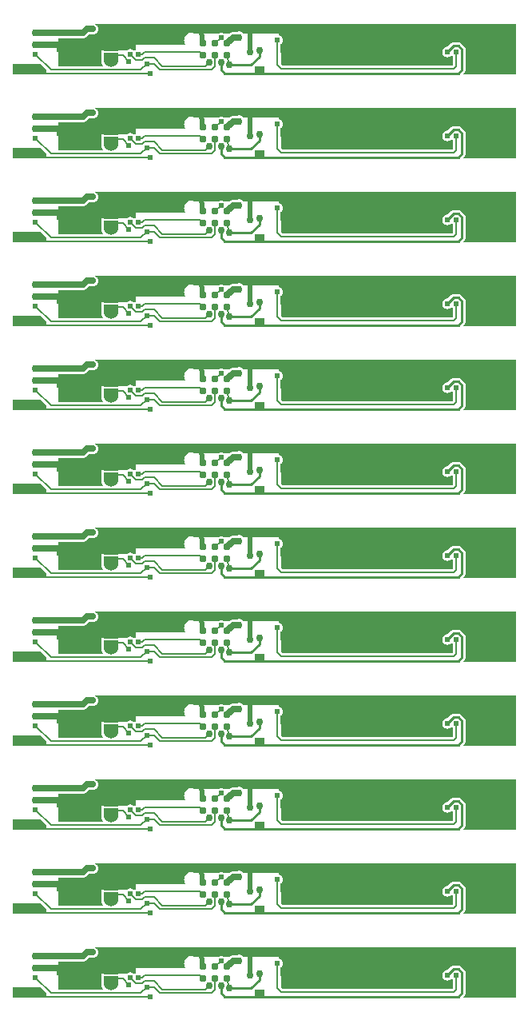
<source format=gbr>
G04 start of page 3 for group 1 idx 1 *
G04 Title: (unknown), bottom *
G04 Creator: pcb 4.0.2 *
G04 CreationDate: Sun May 15 03:05:21 2022 UTC *
G04 For: railfan *
G04 Format: Gerber/RS-274X *
G04 PCB-Dimensions (mil): 3000.00 5500.00 *
G04 PCB-Coordinate-Origin: lower left *
%MOIN*%
%FSLAX25Y25*%
%LNBOTTOM*%
%ADD35C,0.0390*%
%ADD34C,0.0120*%
%ADD33C,0.0140*%
%ADD32C,0.0240*%
%ADD31C,0.0300*%
%ADD30C,0.0600*%
%ADD29C,0.0310*%
%ADD28C,0.0250*%
%ADD27C,0.0200*%
%ADD26C,0.0080*%
%ADD25C,0.0100*%
%ADD24C,0.0001*%
G54D24*G36*
X182000Y408000D02*Y396000D01*
X169900D01*
Y399803D01*
X170060Y399940D01*
X170285Y400203D01*
X170466Y400498D01*
X170599Y400818D01*
X170680Y401155D01*
X170700Y401500D01*
X170680Y401845D01*
X170599Y402182D01*
X170466Y402502D01*
X170285Y402797D01*
X170060Y403060D01*
X169797Y403285D01*
X169502Y403466D01*
X169182Y403599D01*
X169000Y403642D01*
Y408000D01*
X182000D01*
G37*
G36*
X170000D02*X268000D01*
Y387000D01*
X245621D01*
X246519Y387898D01*
X246564Y387936D01*
X246717Y388115D01*
X246717Y388116D01*
X246841Y388317D01*
X246931Y388535D01*
X246986Y388765D01*
X247005Y389000D01*
X247000Y389059D01*
Y397441D01*
X247005Y397500D01*
X246986Y397735D01*
X246931Y397965D01*
X246841Y398183D01*
X246717Y398384D01*
X246564Y398564D01*
X246519Y398602D01*
X245102Y400019D01*
X245064Y400064D01*
X244884Y400217D01*
X244683Y400341D01*
X244465Y400431D01*
X244235Y400486D01*
X244000Y400505D01*
X243941Y400500D01*
X242059D01*
X242000Y400505D01*
X241765Y400486D01*
X241535Y400431D01*
X241317Y400341D01*
X241116Y400217D01*
X241115Y400217D01*
X240936Y400064D01*
X240898Y400019D01*
X239579Y398701D01*
X239500Y398707D01*
X239155Y398680D01*
X238818Y398599D01*
X238498Y398466D01*
X238203Y398285D01*
X237940Y398060D01*
X237715Y397797D01*
X237534Y397502D01*
X237401Y397182D01*
X237320Y396845D01*
X237293Y396500D01*
X237320Y396155D01*
X237401Y395818D01*
X237534Y395498D01*
X237715Y395203D01*
X237940Y394940D01*
X238203Y394715D01*
X238498Y394534D01*
X238818Y394401D01*
X239155Y394320D01*
X239500Y394293D01*
X239845Y394320D01*
X240182Y394401D01*
X240502Y394534D01*
X240797Y394715D01*
X241060Y394940D01*
X241250Y395162D01*
X241440Y394940D01*
X241600Y394803D01*
Y391080D01*
X241420Y390900D01*
X170580D01*
X170000Y391480D01*
Y399888D01*
X170060Y399940D01*
X170285Y400203D01*
X170466Y400498D01*
X170599Y400818D01*
X170680Y401155D01*
X170700Y401500D01*
X170680Y401845D01*
X170599Y402182D01*
X170466Y402502D01*
X170285Y402797D01*
X170060Y403060D01*
X170000Y403112D01*
Y408000D01*
G37*
G36*
Y373000D02*X268000D01*
Y352000D01*
X245621D01*
X246519Y352898D01*
X246564Y352936D01*
X246717Y353115D01*
X246717Y353116D01*
X246841Y353317D01*
X246931Y353535D01*
X246986Y353765D01*
X247005Y354000D01*
X247000Y354059D01*
Y362441D01*
X247005Y362500D01*
X246986Y362735D01*
X246931Y362965D01*
X246841Y363183D01*
X246717Y363384D01*
X246564Y363564D01*
X246519Y363602D01*
X245102Y365019D01*
X245064Y365064D01*
X244884Y365217D01*
X244683Y365341D01*
X244465Y365431D01*
X244235Y365486D01*
X244000Y365505D01*
X243941Y365500D01*
X242059D01*
X242000Y365505D01*
X241765Y365486D01*
X241535Y365431D01*
X241317Y365341D01*
X241116Y365217D01*
X241115Y365217D01*
X240936Y365064D01*
X240898Y365019D01*
X239579Y363701D01*
X239500Y363707D01*
X239155Y363680D01*
X238818Y363599D01*
X238498Y363466D01*
X238203Y363285D01*
X237940Y363060D01*
X237715Y362797D01*
X237534Y362502D01*
X237401Y362182D01*
X237320Y361845D01*
X237293Y361500D01*
X237320Y361155D01*
X237401Y360818D01*
X237534Y360498D01*
X237715Y360203D01*
X237940Y359940D01*
X238203Y359715D01*
X238498Y359534D01*
X238818Y359401D01*
X239155Y359320D01*
X239500Y359293D01*
X239845Y359320D01*
X240182Y359401D01*
X240502Y359534D01*
X240797Y359715D01*
X241060Y359940D01*
X241250Y360162D01*
X241440Y359940D01*
X241600Y359803D01*
Y356080D01*
X241420Y355900D01*
X170580D01*
X170000Y356480D01*
Y364888D01*
X170060Y364940D01*
X170285Y365203D01*
X170466Y365498D01*
X170599Y365818D01*
X170680Y366155D01*
X170700Y366500D01*
X170680Y366845D01*
X170599Y367182D01*
X170466Y367502D01*
X170285Y367797D01*
X170060Y368060D01*
X170000Y368112D01*
Y373000D01*
G37*
G36*
Y338000D02*X268000D01*
Y317000D01*
X245621D01*
X246519Y317898D01*
X246564Y317936D01*
X246717Y318115D01*
X246717Y318116D01*
X246841Y318317D01*
X246931Y318535D01*
X246986Y318765D01*
X247005Y319000D01*
X247000Y319059D01*
Y327441D01*
X247005Y327500D01*
X246986Y327735D01*
X246931Y327965D01*
X246841Y328183D01*
X246717Y328384D01*
X246564Y328564D01*
X246519Y328602D01*
X245102Y330019D01*
X245064Y330064D01*
X244884Y330217D01*
X244683Y330341D01*
X244465Y330431D01*
X244235Y330486D01*
X244000Y330505D01*
X243941Y330500D01*
X242059D01*
X242000Y330505D01*
X241765Y330486D01*
X241535Y330431D01*
X241317Y330341D01*
X241116Y330217D01*
X241115Y330217D01*
X240936Y330064D01*
X240898Y330019D01*
X239579Y328701D01*
X239500Y328707D01*
X239155Y328680D01*
X238818Y328599D01*
X238498Y328466D01*
X238203Y328285D01*
X237940Y328060D01*
X237715Y327797D01*
X237534Y327502D01*
X237401Y327182D01*
X237320Y326845D01*
X237293Y326500D01*
X237320Y326155D01*
X237401Y325818D01*
X237534Y325498D01*
X237715Y325203D01*
X237940Y324940D01*
X238203Y324715D01*
X238498Y324534D01*
X238818Y324401D01*
X239155Y324320D01*
X239500Y324293D01*
X239845Y324320D01*
X240182Y324401D01*
X240502Y324534D01*
X240797Y324715D01*
X241060Y324940D01*
X241250Y325162D01*
X241440Y324940D01*
X241600Y324803D01*
Y321080D01*
X241420Y320900D01*
X170580D01*
X170000Y321480D01*
Y329888D01*
X170060Y329940D01*
X170285Y330203D01*
X170466Y330498D01*
X170599Y330818D01*
X170680Y331155D01*
X170700Y331500D01*
X170680Y331845D01*
X170599Y332182D01*
X170466Y332502D01*
X170285Y332797D01*
X170060Y333060D01*
X170000Y333112D01*
Y338000D01*
G37*
G36*
Y303000D02*X268000D01*
Y282000D01*
X245621D01*
X246519Y282898D01*
X246564Y282936D01*
X246717Y283115D01*
X246717Y283116D01*
X246841Y283317D01*
X246931Y283535D01*
X246986Y283765D01*
X247005Y284000D01*
X247000Y284059D01*
Y292441D01*
X247005Y292500D01*
X246986Y292735D01*
X246931Y292965D01*
X246841Y293183D01*
X246717Y293384D01*
X246564Y293564D01*
X246519Y293602D01*
X245102Y295019D01*
X245064Y295064D01*
X244884Y295217D01*
X244683Y295341D01*
X244465Y295431D01*
X244235Y295486D01*
X244000Y295505D01*
X243941Y295500D01*
X242059D01*
X242000Y295505D01*
X241765Y295486D01*
X241535Y295431D01*
X241317Y295341D01*
X241116Y295217D01*
X241115Y295217D01*
X240936Y295064D01*
X240898Y295019D01*
X239579Y293701D01*
X239500Y293707D01*
X239155Y293680D01*
X238818Y293599D01*
X238498Y293466D01*
X238203Y293285D01*
X237940Y293060D01*
X237715Y292797D01*
X237534Y292502D01*
X237401Y292182D01*
X237320Y291845D01*
X237293Y291500D01*
X237320Y291155D01*
X237401Y290818D01*
X237534Y290498D01*
X237715Y290203D01*
X237940Y289940D01*
X238203Y289715D01*
X238498Y289534D01*
X238818Y289401D01*
X239155Y289320D01*
X239500Y289293D01*
X239845Y289320D01*
X240182Y289401D01*
X240502Y289534D01*
X240797Y289715D01*
X241060Y289940D01*
X241250Y290162D01*
X241440Y289940D01*
X241600Y289803D01*
Y286080D01*
X241420Y285900D01*
X170580D01*
X170000Y286480D01*
Y294888D01*
X170060Y294940D01*
X170285Y295203D01*
X170466Y295498D01*
X170599Y295818D01*
X170680Y296155D01*
X170700Y296500D01*
X170680Y296845D01*
X170599Y297182D01*
X170466Y297502D01*
X170285Y297797D01*
X170060Y298060D01*
X170000Y298112D01*
Y303000D01*
G37*
G36*
Y268000D02*X268000D01*
Y247000D01*
X245621D01*
X246519Y247898D01*
X246564Y247936D01*
X246717Y248115D01*
X246717Y248116D01*
X246841Y248317D01*
X246931Y248535D01*
X246986Y248765D01*
X247005Y249000D01*
X247000Y249059D01*
Y257441D01*
X247005Y257500D01*
X246986Y257735D01*
X246931Y257965D01*
X246841Y258183D01*
X246717Y258384D01*
X246564Y258564D01*
X246519Y258602D01*
X245102Y260019D01*
X245064Y260064D01*
X244884Y260217D01*
X244683Y260341D01*
X244465Y260431D01*
X244235Y260486D01*
X244000Y260505D01*
X243941Y260500D01*
X242059D01*
X242000Y260505D01*
X241765Y260486D01*
X241535Y260431D01*
X241317Y260341D01*
X241116Y260217D01*
X241115Y260217D01*
X240936Y260064D01*
X240898Y260019D01*
X239579Y258701D01*
X239500Y258707D01*
X239155Y258680D01*
X238818Y258599D01*
X238498Y258466D01*
X238203Y258285D01*
X237940Y258060D01*
X237715Y257797D01*
X237534Y257502D01*
X237401Y257182D01*
X237320Y256845D01*
X237293Y256500D01*
X237320Y256155D01*
X237401Y255818D01*
X237534Y255498D01*
X237715Y255203D01*
X237940Y254940D01*
X238203Y254715D01*
X238498Y254534D01*
X238818Y254401D01*
X239155Y254320D01*
X239500Y254293D01*
X239845Y254320D01*
X240182Y254401D01*
X240502Y254534D01*
X240797Y254715D01*
X241060Y254940D01*
X241250Y255162D01*
X241440Y254940D01*
X241600Y254803D01*
Y251080D01*
X241420Y250900D01*
X170580D01*
X170000Y251480D01*
Y259888D01*
X170060Y259940D01*
X170285Y260203D01*
X170466Y260498D01*
X170599Y260818D01*
X170680Y261155D01*
X170700Y261500D01*
X170680Y261845D01*
X170599Y262182D01*
X170466Y262502D01*
X170285Y262797D01*
X170060Y263060D01*
X170000Y263112D01*
Y268000D01*
G37*
G36*
Y233000D02*X268000D01*
Y212000D01*
X245621D01*
X246519Y212898D01*
X246564Y212936D01*
X246717Y213115D01*
X246717Y213116D01*
X246841Y213317D01*
X246931Y213535D01*
X246986Y213765D01*
X247005Y214000D01*
X247000Y214059D01*
Y222441D01*
X247005Y222500D01*
X246986Y222735D01*
X246931Y222965D01*
X246841Y223183D01*
X246717Y223384D01*
X246564Y223564D01*
X246519Y223602D01*
X245102Y225019D01*
X245064Y225064D01*
X244884Y225217D01*
X244683Y225341D01*
X244465Y225431D01*
X244235Y225486D01*
X244000Y225505D01*
X243941Y225500D01*
X242059D01*
X242000Y225505D01*
X241765Y225486D01*
X241535Y225431D01*
X241317Y225341D01*
X241116Y225217D01*
X241115Y225217D01*
X240936Y225064D01*
X240898Y225019D01*
X239579Y223701D01*
X239500Y223707D01*
X239155Y223680D01*
X238818Y223599D01*
X238498Y223466D01*
X238203Y223285D01*
X237940Y223060D01*
X237715Y222797D01*
X237534Y222502D01*
X237401Y222182D01*
X237320Y221845D01*
X237293Y221500D01*
X237320Y221155D01*
X237401Y220818D01*
X237534Y220498D01*
X237715Y220203D01*
X237940Y219940D01*
X238203Y219715D01*
X238498Y219534D01*
X238818Y219401D01*
X239155Y219320D01*
X239500Y219293D01*
X239845Y219320D01*
X240182Y219401D01*
X240502Y219534D01*
X240797Y219715D01*
X241060Y219940D01*
X241250Y220162D01*
X241440Y219940D01*
X241600Y219803D01*
Y216080D01*
X241420Y215900D01*
X170580D01*
X170000Y216480D01*
Y224888D01*
X170060Y224940D01*
X170285Y225203D01*
X170466Y225498D01*
X170599Y225818D01*
X170680Y226155D01*
X170700Y226500D01*
X170680Y226845D01*
X170599Y227182D01*
X170466Y227502D01*
X170285Y227797D01*
X170060Y228060D01*
X170000Y228112D01*
Y233000D01*
G37*
G36*
Y198000D02*X268000D01*
Y177000D01*
X245621D01*
X246519Y177898D01*
X246564Y177936D01*
X246717Y178115D01*
X246717Y178116D01*
X246841Y178317D01*
X246931Y178535D01*
X246986Y178765D01*
X247005Y179000D01*
X247000Y179059D01*
Y187441D01*
X247005Y187500D01*
X246986Y187735D01*
X246931Y187965D01*
X246841Y188183D01*
X246717Y188384D01*
X246564Y188564D01*
X246519Y188602D01*
X245102Y190019D01*
X245064Y190064D01*
X244884Y190217D01*
X244683Y190341D01*
X244465Y190431D01*
X244235Y190486D01*
X244000Y190505D01*
X243941Y190500D01*
X242059D01*
X242000Y190505D01*
X241765Y190486D01*
X241535Y190431D01*
X241317Y190341D01*
X241116Y190217D01*
X241115Y190217D01*
X240936Y190064D01*
X240898Y190019D01*
X239579Y188701D01*
X239500Y188707D01*
X239155Y188680D01*
X238818Y188599D01*
X238498Y188466D01*
X238203Y188285D01*
X237940Y188060D01*
X237715Y187797D01*
X237534Y187502D01*
X237401Y187182D01*
X237320Y186845D01*
X237293Y186500D01*
X237320Y186155D01*
X237401Y185818D01*
X237534Y185498D01*
X237715Y185203D01*
X237940Y184940D01*
X238203Y184715D01*
X238498Y184534D01*
X238818Y184401D01*
X239155Y184320D01*
X239500Y184293D01*
X239845Y184320D01*
X240182Y184401D01*
X240502Y184534D01*
X240797Y184715D01*
X241060Y184940D01*
X241250Y185162D01*
X241440Y184940D01*
X241600Y184803D01*
Y181080D01*
X241420Y180900D01*
X170580D01*
X170000Y181480D01*
Y189888D01*
X170060Y189940D01*
X170285Y190203D01*
X170466Y190498D01*
X170599Y190818D01*
X170680Y191155D01*
X170700Y191500D01*
X170680Y191845D01*
X170599Y192182D01*
X170466Y192502D01*
X170285Y192797D01*
X170060Y193060D01*
X170000Y193112D01*
Y198000D01*
G37*
G36*
Y163000D02*X268000D01*
Y142000D01*
X245621D01*
X246519Y142898D01*
X246564Y142936D01*
X246717Y143115D01*
X246717Y143116D01*
X246841Y143317D01*
X246931Y143535D01*
X246986Y143765D01*
X247005Y144000D01*
X247000Y144059D01*
Y152441D01*
X247005Y152500D01*
X246986Y152735D01*
X246931Y152965D01*
X246841Y153183D01*
X246717Y153384D01*
X246564Y153564D01*
X246519Y153602D01*
X245102Y155019D01*
X245064Y155064D01*
X244884Y155217D01*
X244683Y155341D01*
X244465Y155431D01*
X244235Y155486D01*
X244000Y155505D01*
X243941Y155500D01*
X242059D01*
X242000Y155505D01*
X241765Y155486D01*
X241535Y155431D01*
X241317Y155341D01*
X241116Y155217D01*
X241115Y155217D01*
X240936Y155064D01*
X240898Y155019D01*
X239579Y153701D01*
X239500Y153707D01*
X239155Y153680D01*
X238818Y153599D01*
X238498Y153466D01*
X238203Y153285D01*
X237940Y153060D01*
X237715Y152797D01*
X237534Y152502D01*
X237401Y152182D01*
X237320Y151845D01*
X237293Y151500D01*
X237320Y151155D01*
X237401Y150818D01*
X237534Y150498D01*
X237715Y150203D01*
X237940Y149940D01*
X238203Y149715D01*
X238498Y149534D01*
X238818Y149401D01*
X239155Y149320D01*
X239500Y149293D01*
X239845Y149320D01*
X240182Y149401D01*
X240502Y149534D01*
X240797Y149715D01*
X241060Y149940D01*
X241250Y150162D01*
X241440Y149940D01*
X241600Y149803D01*
Y146080D01*
X241420Y145900D01*
X170580D01*
X170000Y146480D01*
Y154888D01*
X170060Y154940D01*
X170285Y155203D01*
X170466Y155498D01*
X170599Y155818D01*
X170680Y156155D01*
X170700Y156500D01*
X170680Y156845D01*
X170599Y157182D01*
X170466Y157502D01*
X170285Y157797D01*
X170060Y158060D01*
X170000Y158112D01*
Y163000D01*
G37*
G36*
Y128000D02*X268000D01*
Y107000D01*
X245621D01*
X246519Y107898D01*
X246564Y107936D01*
X246717Y108115D01*
X246717Y108116D01*
X246841Y108317D01*
X246931Y108535D01*
X246986Y108765D01*
X247005Y109000D01*
X247000Y109059D01*
Y117441D01*
X247005Y117500D01*
X246986Y117735D01*
X246931Y117965D01*
X246841Y118183D01*
X246717Y118384D01*
X246564Y118564D01*
X246519Y118602D01*
X245102Y120019D01*
X245064Y120064D01*
X244884Y120217D01*
X244683Y120341D01*
X244465Y120431D01*
X244235Y120486D01*
X244000Y120505D01*
X243941Y120500D01*
X242059D01*
X242000Y120505D01*
X241765Y120486D01*
X241535Y120431D01*
X241317Y120341D01*
X241116Y120217D01*
X241115Y120217D01*
X240936Y120064D01*
X240898Y120019D01*
X239579Y118701D01*
X239500Y118707D01*
X239155Y118680D01*
X238818Y118599D01*
X238498Y118466D01*
X238203Y118285D01*
X237940Y118060D01*
X237715Y117797D01*
X237534Y117502D01*
X237401Y117182D01*
X237320Y116845D01*
X237293Y116500D01*
X237320Y116155D01*
X237401Y115818D01*
X237534Y115498D01*
X237715Y115203D01*
X237940Y114940D01*
X238203Y114715D01*
X238498Y114534D01*
X238818Y114401D01*
X239155Y114320D01*
X239500Y114293D01*
X239845Y114320D01*
X240182Y114401D01*
X240502Y114534D01*
X240797Y114715D01*
X241060Y114940D01*
X241250Y115162D01*
X241440Y114940D01*
X241600Y114803D01*
Y111080D01*
X241420Y110900D01*
X170580D01*
X170000Y111480D01*
Y119888D01*
X170060Y119940D01*
X170285Y120203D01*
X170466Y120498D01*
X170599Y120818D01*
X170680Y121155D01*
X170700Y121500D01*
X170680Y121845D01*
X170599Y122182D01*
X170466Y122502D01*
X170285Y122797D01*
X170060Y123060D01*
X170000Y123112D01*
Y128000D01*
G37*
G36*
Y93000D02*X268000D01*
Y72000D01*
X245621D01*
X246519Y72898D01*
X246564Y72936D01*
X246717Y73115D01*
X246717Y73116D01*
X246841Y73317D01*
X246931Y73535D01*
X246986Y73765D01*
X247005Y74000D01*
X247000Y74059D01*
Y82441D01*
X247005Y82500D01*
X246986Y82735D01*
X246931Y82965D01*
X246841Y83183D01*
X246717Y83384D01*
X246564Y83564D01*
X246519Y83602D01*
X245102Y85019D01*
X245064Y85064D01*
X244884Y85217D01*
X244683Y85341D01*
X244465Y85431D01*
X244235Y85486D01*
X244000Y85505D01*
X243941Y85500D01*
X242059D01*
X242000Y85505D01*
X241765Y85486D01*
X241535Y85431D01*
X241317Y85341D01*
X241116Y85217D01*
X241115Y85217D01*
X240936Y85064D01*
X240898Y85019D01*
X239579Y83701D01*
X239500Y83707D01*
X239155Y83680D01*
X238818Y83599D01*
X238498Y83466D01*
X238203Y83285D01*
X237940Y83060D01*
X237715Y82797D01*
X237534Y82502D01*
X237401Y82182D01*
X237320Y81845D01*
X237293Y81500D01*
X237320Y81155D01*
X237401Y80818D01*
X237534Y80498D01*
X237715Y80203D01*
X237940Y79940D01*
X238203Y79715D01*
X238498Y79534D01*
X238818Y79401D01*
X239155Y79320D01*
X239500Y79293D01*
X239845Y79320D01*
X240182Y79401D01*
X240502Y79534D01*
X240797Y79715D01*
X241060Y79940D01*
X241250Y80162D01*
X241440Y79940D01*
X241600Y79803D01*
Y76080D01*
X241420Y75900D01*
X170580D01*
X170000Y76480D01*
Y84888D01*
X170060Y84940D01*
X170285Y85203D01*
X170466Y85498D01*
X170599Y85818D01*
X170680Y86155D01*
X170700Y86500D01*
X170680Y86845D01*
X170599Y87182D01*
X170466Y87502D01*
X170285Y87797D01*
X170060Y88060D01*
X170000Y88112D01*
Y93000D01*
G37*
G36*
X128000Y408000D02*X182000D01*
Y404000D01*
X154507D01*
X154273Y404273D01*
X153974Y404529D01*
X153638Y404734D01*
X153275Y404885D01*
X152892Y404977D01*
X152500Y405008D01*
X152108Y404977D01*
X151725Y404885D01*
X151399Y404750D01*
X150088D01*
X150000Y404757D01*
X149647Y404729D01*
X149303Y404646D01*
X148975Y404511D01*
X148673Y404326D01*
X148673Y404326D01*
X148404Y404096D01*
X148347Y404029D01*
X148318Y404000D01*
X146323D01*
X146179Y404123D01*
X145911Y404288D01*
X145620Y404408D01*
X145314Y404481D01*
X145000Y404506D01*
X144686Y404481D01*
X144380Y404408D01*
X144089Y404288D01*
X143821Y404123D01*
X143677Y404000D01*
X134066D01*
X133843Y404137D01*
X133414Y404314D01*
X132963Y404423D01*
X132500Y404459D01*
X132037Y404423D01*
X131586Y404314D01*
X131157Y404137D01*
X130934Y404000D01*
X128000D01*
Y408000D01*
G37*
G36*
X159000Y387000D02*Y390379D01*
X159121Y390500D01*
X163000D01*
Y387000D01*
X159000D01*
G37*
G36*
Y352000D02*Y355379D01*
X159121Y355500D01*
X163000D01*
Y352000D01*
X159000D01*
G37*
G36*
X182000Y373000D02*Y361000D01*
X169900D01*
Y364803D01*
X170060Y364940D01*
X170285Y365203D01*
X170466Y365498D01*
X170599Y365818D01*
X170680Y366155D01*
X170700Y366500D01*
X170680Y366845D01*
X170599Y367182D01*
X170466Y367502D01*
X170285Y367797D01*
X170060Y368060D01*
X169797Y368285D01*
X169502Y368466D01*
X169182Y368599D01*
X169000Y368642D01*
Y373000D01*
X182000D01*
G37*
G36*
X128000D02*X182000D01*
Y369000D01*
X154507D01*
X154273Y369273D01*
X153974Y369529D01*
X153638Y369734D01*
X153275Y369885D01*
X152892Y369977D01*
X152500Y370008D01*
X152108Y369977D01*
X151725Y369885D01*
X151399Y369750D01*
X150088D01*
X150000Y369757D01*
X149647Y369729D01*
X149303Y369646D01*
X148975Y369511D01*
X148673Y369326D01*
X148673Y369326D01*
X148404Y369096D01*
X148347Y369029D01*
X148318Y369000D01*
X146323D01*
X146179Y369123D01*
X145911Y369288D01*
X145620Y369408D01*
X145314Y369481D01*
X145000Y369506D01*
X144686Y369481D01*
X144380Y369408D01*
X144089Y369288D01*
X143821Y369123D01*
X143677Y369000D01*
X134066D01*
X133843Y369137D01*
X133414Y369314D01*
X132963Y369423D01*
X132500Y369459D01*
X132037Y369423D01*
X131586Y369314D01*
X131157Y369137D01*
X130934Y369000D01*
X128000D01*
Y373000D01*
G37*
G36*
X159000Y317000D02*Y320379D01*
X159121Y320500D01*
X163000D01*
Y317000D01*
X159000D01*
G37*
G36*
Y282000D02*Y285379D01*
X159121Y285500D01*
X163000D01*
Y282000D01*
X159000D01*
G37*
G36*
Y247000D02*Y250379D01*
X159121Y250500D01*
X163000D01*
Y247000D01*
X159000D01*
G37*
G36*
X182000Y338000D02*Y326000D01*
X169900D01*
Y329803D01*
X170060Y329940D01*
X170285Y330203D01*
X170466Y330498D01*
X170599Y330818D01*
X170680Y331155D01*
X170700Y331500D01*
X170680Y331845D01*
X170599Y332182D01*
X170466Y332502D01*
X170285Y332797D01*
X170060Y333060D01*
X169797Y333285D01*
X169502Y333466D01*
X169182Y333599D01*
X169000Y333642D01*
Y338000D01*
X182000D01*
G37*
G36*
Y303000D02*Y291000D01*
X169900D01*
Y294803D01*
X170060Y294940D01*
X170285Y295203D01*
X170466Y295498D01*
X170599Y295818D01*
X170680Y296155D01*
X170700Y296500D01*
X170680Y296845D01*
X170599Y297182D01*
X170466Y297502D01*
X170285Y297797D01*
X170060Y298060D01*
X169797Y298285D01*
X169502Y298466D01*
X169182Y298599D01*
X169000Y298642D01*
Y303000D01*
X182000D01*
G37*
G36*
Y268000D02*Y256000D01*
X169900D01*
Y259803D01*
X170060Y259940D01*
X170285Y260203D01*
X170466Y260498D01*
X170599Y260818D01*
X170680Y261155D01*
X170700Y261500D01*
X170680Y261845D01*
X170599Y262182D01*
X170466Y262502D01*
X170285Y262797D01*
X170060Y263060D01*
X169797Y263285D01*
X169502Y263466D01*
X169182Y263599D01*
X169000Y263642D01*
Y268000D01*
X182000D01*
G37*
G36*
Y233000D02*Y221000D01*
X169900D01*
Y224803D01*
X170060Y224940D01*
X170285Y225203D01*
X170466Y225498D01*
X170599Y225818D01*
X170680Y226155D01*
X170700Y226500D01*
X170680Y226845D01*
X170599Y227182D01*
X170466Y227502D01*
X170285Y227797D01*
X170060Y228060D01*
X169797Y228285D01*
X169502Y228466D01*
X169182Y228599D01*
X169000Y228642D01*
Y233000D01*
X182000D01*
G37*
G36*
Y198000D02*Y186000D01*
X169900D01*
Y189803D01*
X170060Y189940D01*
X170285Y190203D01*
X170466Y190498D01*
X170599Y190818D01*
X170680Y191155D01*
X170700Y191500D01*
X170680Y191845D01*
X170599Y192182D01*
X170466Y192502D01*
X170285Y192797D01*
X170060Y193060D01*
X169797Y193285D01*
X169502Y193466D01*
X169182Y193599D01*
X169000Y193642D01*
Y198000D01*
X182000D01*
G37*
G36*
Y163000D02*Y151000D01*
X169900D01*
Y154803D01*
X170060Y154940D01*
X170285Y155203D01*
X170466Y155498D01*
X170599Y155818D01*
X170680Y156155D01*
X170700Y156500D01*
X170680Y156845D01*
X170599Y157182D01*
X170466Y157502D01*
X170285Y157797D01*
X170060Y158060D01*
X169797Y158285D01*
X169502Y158466D01*
X169182Y158599D01*
X169000Y158642D01*
Y163000D01*
X182000D01*
G37*
G36*
X128000Y338000D02*X182000D01*
Y334000D01*
X154507D01*
X154273Y334273D01*
X153974Y334529D01*
X153638Y334734D01*
X153275Y334885D01*
X152892Y334977D01*
X152500Y335008D01*
X152108Y334977D01*
X151725Y334885D01*
X151399Y334750D01*
X150088D01*
X150000Y334757D01*
X149647Y334729D01*
X149303Y334646D01*
X148975Y334511D01*
X148673Y334326D01*
X148673Y334326D01*
X148404Y334096D01*
X148347Y334029D01*
X148318Y334000D01*
X146323D01*
X146179Y334123D01*
X145911Y334288D01*
X145620Y334408D01*
X145314Y334481D01*
X145000Y334506D01*
X144686Y334481D01*
X144380Y334408D01*
X144089Y334288D01*
X143821Y334123D01*
X143677Y334000D01*
X134066D01*
X133843Y334137D01*
X133414Y334314D01*
X132963Y334423D01*
X132500Y334459D01*
X132037Y334423D01*
X131586Y334314D01*
X131157Y334137D01*
X130934Y334000D01*
X128000D01*
Y338000D01*
G37*
G36*
Y303000D02*X182000D01*
Y299000D01*
X154507D01*
X154273Y299273D01*
X153974Y299529D01*
X153638Y299734D01*
X153275Y299885D01*
X152892Y299977D01*
X152500Y300008D01*
X152108Y299977D01*
X151725Y299885D01*
X151399Y299750D01*
X150088D01*
X150000Y299757D01*
X149647Y299729D01*
X149303Y299646D01*
X148975Y299511D01*
X148673Y299326D01*
X148673Y299326D01*
X148404Y299096D01*
X148347Y299029D01*
X148318Y299000D01*
X146323D01*
X146179Y299123D01*
X145911Y299288D01*
X145620Y299408D01*
X145314Y299481D01*
X145000Y299506D01*
X144686Y299481D01*
X144380Y299408D01*
X144089Y299288D01*
X143821Y299123D01*
X143677Y299000D01*
X134066D01*
X133843Y299137D01*
X133414Y299314D01*
X132963Y299423D01*
X132500Y299459D01*
X132037Y299423D01*
X131586Y299314D01*
X131157Y299137D01*
X130934Y299000D01*
X128000D01*
Y303000D01*
G37*
G36*
Y268000D02*X182000D01*
Y264000D01*
X154507D01*
X154273Y264273D01*
X153974Y264529D01*
X153638Y264734D01*
X153275Y264885D01*
X152892Y264977D01*
X152500Y265008D01*
X152108Y264977D01*
X151725Y264885D01*
X151399Y264750D01*
X150088D01*
X150000Y264757D01*
X149647Y264729D01*
X149303Y264646D01*
X148975Y264511D01*
X148673Y264326D01*
X148673Y264326D01*
X148404Y264096D01*
X148347Y264029D01*
X148318Y264000D01*
X146323D01*
X146179Y264123D01*
X145911Y264288D01*
X145620Y264408D01*
X145314Y264481D01*
X145000Y264506D01*
X144686Y264481D01*
X144380Y264408D01*
X144089Y264288D01*
X143821Y264123D01*
X143677Y264000D01*
X134066D01*
X133843Y264137D01*
X133414Y264314D01*
X132963Y264423D01*
X132500Y264459D01*
X132037Y264423D01*
X131586Y264314D01*
X131157Y264137D01*
X130934Y264000D01*
X128000D01*
Y268000D01*
G37*
G36*
Y233000D02*X182000D01*
Y229000D01*
X154507D01*
X154273Y229273D01*
X153974Y229529D01*
X153638Y229734D01*
X153275Y229885D01*
X152892Y229977D01*
X152500Y230008D01*
X152108Y229977D01*
X151725Y229885D01*
X151399Y229750D01*
X150088D01*
X150000Y229757D01*
X149647Y229729D01*
X149303Y229646D01*
X148975Y229511D01*
X148673Y229326D01*
X148673Y229326D01*
X148404Y229096D01*
X148347Y229029D01*
X148318Y229000D01*
X146323D01*
X146179Y229123D01*
X145911Y229288D01*
X145620Y229408D01*
X145314Y229481D01*
X145000Y229506D01*
X144686Y229481D01*
X144380Y229408D01*
X144089Y229288D01*
X143821Y229123D01*
X143677Y229000D01*
X134066D01*
X133843Y229137D01*
X133414Y229314D01*
X132963Y229423D01*
X132500Y229459D01*
X132037Y229423D01*
X131586Y229314D01*
X131157Y229137D01*
X130934Y229000D01*
X128000D01*
Y233000D01*
G37*
G36*
Y198000D02*X182000D01*
Y194000D01*
X154507D01*
X154273Y194273D01*
X153974Y194529D01*
X153638Y194734D01*
X153275Y194885D01*
X152892Y194977D01*
X152500Y195008D01*
X152108Y194977D01*
X151725Y194885D01*
X151399Y194750D01*
X150088D01*
X150000Y194757D01*
X149647Y194729D01*
X149303Y194646D01*
X148975Y194511D01*
X148673Y194326D01*
X148673Y194326D01*
X148404Y194096D01*
X148347Y194029D01*
X148318Y194000D01*
X146323D01*
X146179Y194123D01*
X145911Y194288D01*
X145620Y194408D01*
X145314Y194481D01*
X145000Y194506D01*
X144686Y194481D01*
X144380Y194408D01*
X144089Y194288D01*
X143821Y194123D01*
X143677Y194000D01*
X134066D01*
X133843Y194137D01*
X133414Y194314D01*
X132963Y194423D01*
X132500Y194459D01*
X132037Y194423D01*
X131586Y194314D01*
X131157Y194137D01*
X130934Y194000D01*
X128000D01*
Y198000D01*
G37*
G36*
Y163000D02*X182000D01*
Y159000D01*
X154507D01*
X154273Y159273D01*
X153974Y159529D01*
X153638Y159734D01*
X153275Y159885D01*
X152892Y159977D01*
X152500Y160008D01*
X152108Y159977D01*
X151725Y159885D01*
X151399Y159750D01*
X150088D01*
X150000Y159757D01*
X149647Y159729D01*
X149303Y159646D01*
X148975Y159511D01*
X148673Y159326D01*
X148673Y159326D01*
X148404Y159096D01*
X148347Y159029D01*
X148318Y159000D01*
X146323D01*
X146179Y159123D01*
X145911Y159288D01*
X145620Y159408D01*
X145314Y159481D01*
X145000Y159506D01*
X144686Y159481D01*
X144380Y159408D01*
X144089Y159288D01*
X143821Y159123D01*
X143677Y159000D01*
X134066D01*
X133843Y159137D01*
X133414Y159314D01*
X132963Y159423D01*
X132500Y159459D01*
X132037Y159423D01*
X131586Y159314D01*
X131157Y159137D01*
X130934Y159000D01*
X128000D01*
Y163000D01*
G37*
G36*
X159000Y212000D02*Y215379D01*
X159121Y215500D01*
X163000D01*
Y212000D01*
X159000D01*
G37*
G36*
Y177000D02*Y180379D01*
X159121Y180500D01*
X163000D01*
Y177000D01*
X159000D01*
G37*
G36*
Y142000D02*Y145379D01*
X159121Y145500D01*
X163000D01*
Y142000D01*
X159000D01*
G37*
G36*
Y107000D02*Y110379D01*
X159121Y110500D01*
X163000D01*
Y107000D01*
X159000D01*
G37*
G36*
Y72000D02*Y75379D01*
X159121Y75500D01*
X163000D01*
Y72000D01*
X159000D01*
G37*
G36*
X182000Y128000D02*Y116000D01*
X169900D01*
Y119803D01*
X170060Y119940D01*
X170285Y120203D01*
X170466Y120498D01*
X170599Y120818D01*
X170680Y121155D01*
X170700Y121500D01*
X170680Y121845D01*
X170599Y122182D01*
X170466Y122502D01*
X170285Y122797D01*
X170060Y123060D01*
X169797Y123285D01*
X169502Y123466D01*
X169182Y123599D01*
X169000Y123642D01*
Y128000D01*
X182000D01*
G37*
G36*
Y93000D02*Y81000D01*
X169900D01*
Y84803D01*
X170060Y84940D01*
X170285Y85203D01*
X170466Y85498D01*
X170599Y85818D01*
X170680Y86155D01*
X170700Y86500D01*
X170680Y86845D01*
X170599Y87182D01*
X170466Y87502D01*
X170285Y87797D01*
X170060Y88060D01*
X169797Y88285D01*
X169502Y88466D01*
X169182Y88599D01*
X169000Y88642D01*
Y93000D01*
X182000D01*
G37*
G36*
X128000Y128000D02*X182000D01*
Y124000D01*
X154507D01*
X154273Y124273D01*
X153974Y124529D01*
X153638Y124734D01*
X153275Y124885D01*
X152892Y124977D01*
X152500Y125008D01*
X152108Y124977D01*
X151725Y124885D01*
X151399Y124750D01*
X150088D01*
X150000Y124757D01*
X149647Y124729D01*
X149303Y124646D01*
X148975Y124511D01*
X148673Y124326D01*
X148673Y124326D01*
X148404Y124096D01*
X148347Y124029D01*
X148318Y124000D01*
X146323D01*
X146179Y124123D01*
X145911Y124288D01*
X145620Y124408D01*
X145314Y124481D01*
X145000Y124506D01*
X144686Y124481D01*
X144380Y124408D01*
X144089Y124288D01*
X143821Y124123D01*
X143677Y124000D01*
X134066D01*
X133843Y124137D01*
X133414Y124314D01*
X132963Y124423D01*
X132500Y124459D01*
X132037Y124423D01*
X131586Y124314D01*
X131157Y124137D01*
X130934Y124000D01*
X128000D01*
Y128000D01*
G37*
G36*
Y93000D02*X182000D01*
Y89000D01*
X154507D01*
X154273Y89273D01*
X153974Y89529D01*
X153638Y89734D01*
X153275Y89885D01*
X152892Y89977D01*
X152500Y90008D01*
X152108Y89977D01*
X151725Y89885D01*
X151399Y89750D01*
X150088D01*
X150000Y89757D01*
X149647Y89729D01*
X149303Y89646D01*
X148975Y89511D01*
X148673Y89326D01*
X148673Y89326D01*
X148404Y89096D01*
X148347Y89029D01*
X148318Y89000D01*
X146323D01*
X146179Y89123D01*
X145911Y89288D01*
X145620Y89408D01*
X145314Y89481D01*
X145000Y89506D01*
X144686Y89481D01*
X144380Y89408D01*
X144089Y89288D01*
X143821Y89123D01*
X143677Y89000D01*
X134066D01*
X133843Y89137D01*
X133414Y89314D01*
X132963Y89423D01*
X132500Y89459D01*
X132037Y89423D01*
X131586Y89314D01*
X131157Y89137D01*
X130934Y89000D01*
X128000D01*
Y93000D01*
G37*
G36*
X77000Y469000D02*X95003D01*
X95009Y466743D01*
X95046Y466590D01*
X95083Y466500D01*
X95046Y466410D01*
X95009Y466257D01*
X95000Y466100D01*
X95008Y463359D01*
X94988Y463100D01*
X95037Y462472D01*
X95184Y461860D01*
X95425Y461278D01*
X95754Y460742D01*
X96046Y460400D01*
X77000D01*
Y469000D01*
G37*
G36*
X81000Y466000D02*Y472250D01*
X87412D01*
X87500Y472243D01*
X87853Y472271D01*
X87853Y472271D01*
X88197Y472354D01*
X88525Y472489D01*
X88827Y472674D01*
X89096Y472904D01*
X89153Y472971D01*
X89932Y473750D01*
X91500D01*
X91853Y473771D01*
X92197Y473854D01*
X92525Y473989D01*
X92827Y474174D01*
X93096Y474404D01*
X93326Y474673D01*
X93511Y474975D01*
X93646Y475303D01*
X93729Y475647D01*
X93757Y476000D01*
X93729Y476353D01*
X93646Y476697D01*
X93511Y477025D01*
X93326Y477327D01*
X93096Y477596D01*
X92827Y477826D01*
X92542Y478000D01*
X99000D01*
Y473912D01*
X98372Y473863D01*
X97760Y473716D01*
X97178Y473475D01*
X96642Y473146D01*
X96163Y472737D01*
X95754Y472258D01*
X95425Y471722D01*
X95184Y471140D01*
X95037Y470528D01*
X94988Y469900D01*
X95000Y469737D01*
X95009Y466743D01*
X95046Y466590D01*
X95083Y466500D01*
X95046Y466410D01*
X95009Y466257D01*
X95000Y466100D01*
X95000Y466000D01*
X81000D01*
G37*
G36*
X103500Y478000D02*Y473000D01*
X101529D01*
X101358Y473146D01*
X100822Y473475D01*
X100240Y473716D01*
X99628Y473863D01*
X99000Y473912D01*
X98372Y473863D01*
X97760Y473716D01*
X97178Y473475D01*
X96642Y473146D01*
X96471Y473000D01*
X95500D01*
Y478000D01*
X103500D01*
G37*
G36*
X83500Y472250D02*Y465500D01*
X77000D01*
Y472250D01*
X83500D01*
G37*
G36*
X103500Y467000D02*X94500D01*
Y474500D01*
X103500D01*
Y467000D01*
G37*
G36*
X101000Y478000D02*X131500D01*
Y474279D01*
X131157Y474137D01*
X130761Y473894D01*
X130408Y473592D01*
X130106Y473239D01*
X129863Y472843D01*
X129686Y472414D01*
X129577Y471963D01*
X129541Y471500D01*
X129577Y471037D01*
X129686Y470586D01*
X129863Y470157D01*
X130106Y469761D01*
X130329Y469500D01*
X102992D01*
X102992Y469758D01*
X103000Y469900D01*
X102991Y470057D01*
Y470057D01*
X102991Y470057D01*
X102963Y470528D01*
X102816Y471140D01*
X102575Y471722D01*
X102246Y472258D01*
X101837Y472737D01*
X101358Y473146D01*
X101000Y473366D01*
Y478000D01*
G37*
G36*
X109500Y474500D02*Y467467D01*
X109498Y467466D01*
X109203Y467285D01*
X108940Y467060D01*
X108888Y467000D01*
X108612D01*
X108560Y467060D01*
X108297Y467285D01*
X108002Y467466D01*
X107682Y467599D01*
X107345Y467680D01*
X107000Y467707D01*
X106655Y467680D01*
X106318Y467599D01*
X105998Y467466D01*
X105703Y467285D01*
X105440Y467060D01*
X105388Y467000D01*
X103000D01*
X102992Y469758D01*
X103000Y469900D01*
X102991Y470057D01*
Y470057D01*
X102991Y470057D01*
X102963Y470528D01*
X102816Y471140D01*
X102575Y471722D01*
X102246Y472258D01*
X101837Y472737D01*
X101358Y473146D01*
X100822Y473475D01*
X100240Y473716D01*
X99628Y473863D01*
X99000Y473912D01*
X98372Y473863D01*
X97760Y473716D01*
X97178Y473475D01*
X96642Y473146D01*
X96163Y472737D01*
X95754Y472258D01*
X95425Y471722D01*
X95184Y471140D01*
X95037Y470528D01*
X94988Y469900D01*
X95000Y469737D01*
X95009Y467000D01*
X93000D01*
Y474322D01*
X93096Y474404D01*
X93178Y474500D01*
X109500D01*
G37*
G36*
X58000Y461500D02*X69520D01*
X72000Y459020D01*
Y457000D01*
X58000D01*
Y461500D01*
G37*
G36*
Y426500D02*X69520D01*
X72000Y424020D01*
Y422000D01*
X58000D01*
Y426500D01*
G37*
G36*
X159000Y457000D02*Y460379D01*
X159121Y460500D01*
X163000D01*
Y457000D01*
X159000D01*
G37*
G36*
X182000Y478000D02*Y466000D01*
X169900D01*
Y469803D01*
X170060Y469940D01*
X170285Y470203D01*
X170466Y470498D01*
X170599Y470818D01*
X170680Y471155D01*
X170700Y471500D01*
X170680Y471845D01*
X170599Y472182D01*
X170466Y472502D01*
X170285Y472797D01*
X170060Y473060D01*
X169797Y473285D01*
X169502Y473466D01*
X169182Y473599D01*
X169000Y473642D01*
Y478000D01*
X182000D01*
G37*
G36*
X170000D02*X268000D01*
Y457000D01*
X245621D01*
X246519Y457898D01*
X246564Y457936D01*
X246717Y458115D01*
X246717Y458116D01*
X246841Y458317D01*
X246931Y458535D01*
X246986Y458765D01*
X247005Y459000D01*
X247000Y459059D01*
Y467441D01*
X247005Y467500D01*
X246986Y467735D01*
X246931Y467965D01*
X246841Y468183D01*
X246717Y468384D01*
X246564Y468564D01*
X246519Y468602D01*
X245102Y470019D01*
X245064Y470064D01*
X244884Y470217D01*
X244683Y470341D01*
X244465Y470431D01*
X244235Y470486D01*
X244000Y470505D01*
X243941Y470500D01*
X242059D01*
X242000Y470505D01*
X241765Y470486D01*
X241535Y470431D01*
X241317Y470341D01*
X241116Y470217D01*
X241115Y470217D01*
X240936Y470064D01*
X240898Y470019D01*
X239579Y468701D01*
X239500Y468707D01*
X239155Y468680D01*
X238818Y468599D01*
X238498Y468466D01*
X238203Y468285D01*
X237940Y468060D01*
X237715Y467797D01*
X237534Y467502D01*
X237401Y467182D01*
X237320Y466845D01*
X237293Y466500D01*
X237320Y466155D01*
X237401Y465818D01*
X237534Y465498D01*
X237715Y465203D01*
X237940Y464940D01*
X238203Y464715D01*
X238498Y464534D01*
X238818Y464401D01*
X239155Y464320D01*
X239500Y464293D01*
X239845Y464320D01*
X240182Y464401D01*
X240502Y464534D01*
X240797Y464715D01*
X241060Y464940D01*
X241250Y465162D01*
X241440Y464940D01*
X241600Y464803D01*
Y461080D01*
X241420Y460900D01*
X170580D01*
X170000Y461480D01*
Y469888D01*
X170060Y469940D01*
X170285Y470203D01*
X170466Y470498D01*
X170599Y470818D01*
X170680Y471155D01*
X170700Y471500D01*
X170680Y471845D01*
X170599Y472182D01*
X170466Y472502D01*
X170285Y472797D01*
X170060Y473060D01*
X170000Y473112D01*
Y478000D01*
G37*
G36*
X128000D02*X182000D01*
Y474000D01*
X154507D01*
X154273Y474273D01*
X153974Y474529D01*
X153638Y474734D01*
X153275Y474885D01*
X152892Y474977D01*
X152500Y475008D01*
X152108Y474977D01*
X151725Y474885D01*
X151399Y474750D01*
X150088D01*
X150000Y474757D01*
X149647Y474729D01*
X149303Y474646D01*
X148975Y474511D01*
X148673Y474326D01*
X148673Y474326D01*
X148404Y474096D01*
X148347Y474029D01*
X148318Y474000D01*
X146323D01*
X146179Y474123D01*
X145911Y474288D01*
X145620Y474408D01*
X145314Y474481D01*
X145000Y474506D01*
X144686Y474481D01*
X144380Y474408D01*
X144089Y474288D01*
X143821Y474123D01*
X143677Y474000D01*
X134066D01*
X133843Y474137D01*
X133414Y474314D01*
X132963Y474423D01*
X132500Y474459D01*
X132037Y474423D01*
X131586Y474314D01*
X131157Y474137D01*
X130934Y474000D01*
X128000D01*
Y478000D01*
G37*
G36*
X77000Y434000D02*X95003D01*
X95009Y431743D01*
X95046Y431590D01*
X95083Y431500D01*
X95046Y431410D01*
X95009Y431257D01*
X95000Y431100D01*
X95008Y428359D01*
X94988Y428100D01*
X95037Y427472D01*
X95184Y426860D01*
X95425Y426278D01*
X95754Y425742D01*
X96046Y425400D01*
X77000D01*
Y434000D01*
G37*
G36*
X159000Y422000D02*Y425379D01*
X159121Y425500D01*
X163000D01*
Y422000D01*
X159000D01*
G37*
G36*
X182000Y443000D02*Y431000D01*
X169900D01*
Y434803D01*
X170060Y434940D01*
X170285Y435203D01*
X170466Y435498D01*
X170599Y435818D01*
X170680Y436155D01*
X170700Y436500D01*
X170680Y436845D01*
X170599Y437182D01*
X170466Y437502D01*
X170285Y437797D01*
X170060Y438060D01*
X169797Y438285D01*
X169502Y438466D01*
X169182Y438599D01*
X169000Y438642D01*
Y443000D01*
X182000D01*
G37*
G36*
X170000D02*X268000D01*
Y422000D01*
X245621D01*
X246519Y422898D01*
X246564Y422936D01*
X246717Y423115D01*
X246717Y423116D01*
X246841Y423317D01*
X246931Y423535D01*
X246986Y423765D01*
X247005Y424000D01*
X247000Y424059D01*
Y432441D01*
X247005Y432500D01*
X246986Y432735D01*
X246931Y432965D01*
X246841Y433183D01*
X246717Y433384D01*
X246564Y433564D01*
X246519Y433602D01*
X245102Y435019D01*
X245064Y435064D01*
X244884Y435217D01*
X244683Y435341D01*
X244465Y435431D01*
X244235Y435486D01*
X244000Y435505D01*
X243941Y435500D01*
X242059D01*
X242000Y435505D01*
X241765Y435486D01*
X241535Y435431D01*
X241317Y435341D01*
X241116Y435217D01*
X241115Y435217D01*
X240936Y435064D01*
X240898Y435019D01*
X239579Y433701D01*
X239500Y433707D01*
X239155Y433680D01*
X238818Y433599D01*
X238498Y433466D01*
X238203Y433285D01*
X237940Y433060D01*
X237715Y432797D01*
X237534Y432502D01*
X237401Y432182D01*
X237320Y431845D01*
X237293Y431500D01*
X237320Y431155D01*
X237401Y430818D01*
X237534Y430498D01*
X237715Y430203D01*
X237940Y429940D01*
X238203Y429715D01*
X238498Y429534D01*
X238818Y429401D01*
X239155Y429320D01*
X239500Y429293D01*
X239845Y429320D01*
X240182Y429401D01*
X240502Y429534D01*
X240797Y429715D01*
X241060Y429940D01*
X241250Y430162D01*
X241440Y429940D01*
X241600Y429803D01*
Y426080D01*
X241420Y425900D01*
X170580D01*
X170000Y426480D01*
Y434888D01*
X170060Y434940D01*
X170285Y435203D01*
X170466Y435498D01*
X170599Y435818D01*
X170680Y436155D01*
X170700Y436500D01*
X170680Y436845D01*
X170599Y437182D01*
X170466Y437502D01*
X170285Y437797D01*
X170060Y438060D01*
X170000Y438112D01*
Y443000D01*
G37*
G36*
X128000D02*X182000D01*
Y439000D01*
X154507D01*
X154273Y439273D01*
X153974Y439529D01*
X153638Y439734D01*
X153275Y439885D01*
X152892Y439977D01*
X152500Y440008D01*
X152108Y439977D01*
X151725Y439885D01*
X151399Y439750D01*
X150088D01*
X150000Y439757D01*
X149647Y439729D01*
X149303Y439646D01*
X148975Y439511D01*
X148673Y439326D01*
X148673Y439326D01*
X148404Y439096D01*
X148347Y439029D01*
X148318Y439000D01*
X146323D01*
X146179Y439123D01*
X145911Y439288D01*
X145620Y439408D01*
X145314Y439481D01*
X145000Y439506D01*
X144686Y439481D01*
X144380Y439408D01*
X144089Y439288D01*
X143821Y439123D01*
X143677Y439000D01*
X134066D01*
X133843Y439137D01*
X133414Y439314D01*
X132963Y439423D01*
X132500Y439459D01*
X132037Y439423D01*
X131586Y439314D01*
X131157Y439137D01*
X130934Y439000D01*
X128000D01*
Y443000D01*
G37*
G36*
X83500Y437250D02*Y430500D01*
X77000D01*
Y437250D01*
X83500D01*
G37*
G36*
X81000Y431000D02*Y437250D01*
X87412D01*
X87500Y437243D01*
X87853Y437271D01*
X87853Y437271D01*
X88197Y437354D01*
X88525Y437489D01*
X88827Y437674D01*
X89096Y437904D01*
X89153Y437971D01*
X89932Y438750D01*
X91500D01*
X91853Y438771D01*
X92197Y438854D01*
X92525Y438989D01*
X92827Y439174D01*
X93096Y439404D01*
X93326Y439673D01*
X93511Y439975D01*
X93646Y440303D01*
X93729Y440647D01*
X93757Y441000D01*
X93729Y441353D01*
X93646Y441697D01*
X93511Y442025D01*
X93326Y442327D01*
X93096Y442596D01*
X92827Y442826D01*
X92542Y443000D01*
X99000D01*
Y438912D01*
X98372Y438863D01*
X97760Y438716D01*
X97178Y438475D01*
X96642Y438146D01*
X96163Y437737D01*
X95754Y437258D01*
X95425Y436722D01*
X95184Y436140D01*
X95037Y435528D01*
X94988Y434900D01*
X95000Y434737D01*
X95009Y431743D01*
X95046Y431590D01*
X95083Y431500D01*
X95046Y431410D01*
X95009Y431257D01*
X95000Y431100D01*
X95000Y431000D01*
X81000D01*
G37*
G36*
X103500Y443000D02*Y438000D01*
X101529D01*
X101358Y438146D01*
X100822Y438475D01*
X100240Y438716D01*
X99628Y438863D01*
X99000Y438912D01*
X98372Y438863D01*
X97760Y438716D01*
X97178Y438475D01*
X96642Y438146D01*
X96471Y438000D01*
X95500D01*
Y443000D01*
X103500D01*
G37*
G36*
X109500Y439500D02*Y432467D01*
X109498Y432466D01*
X109203Y432285D01*
X108940Y432060D01*
X108888Y432000D01*
X108612D01*
X108560Y432060D01*
X108297Y432285D01*
X108002Y432466D01*
X107682Y432599D01*
X107345Y432680D01*
X107000Y432707D01*
X106655Y432680D01*
X106318Y432599D01*
X105998Y432466D01*
X105703Y432285D01*
X105440Y432060D01*
X105388Y432000D01*
X103000D01*
X102992Y434758D01*
X103000Y434900D01*
X102991Y435057D01*
Y435057D01*
X102991Y435057D01*
X102963Y435528D01*
X102816Y436140D01*
X102575Y436722D01*
X102246Y437258D01*
X101837Y437737D01*
X101358Y438146D01*
X100822Y438475D01*
X100240Y438716D01*
X99628Y438863D01*
X99000Y438912D01*
X98372Y438863D01*
X97760Y438716D01*
X97178Y438475D01*
X96642Y438146D01*
X96163Y437737D01*
X95754Y437258D01*
X95425Y436722D01*
X95184Y436140D01*
X95037Y435528D01*
X94988Y434900D01*
X95000Y434737D01*
X95009Y432000D01*
X93000D01*
Y439322D01*
X93096Y439404D01*
X93178Y439500D01*
X109500D01*
G37*
G36*
X103500Y432000D02*X94500D01*
Y439500D01*
X103500D01*
Y432000D01*
G37*
G36*
X101000Y443000D02*X131500D01*
Y439279D01*
X131157Y439137D01*
X130761Y438894D01*
X130408Y438592D01*
X130106Y438239D01*
X129863Y437843D01*
X129686Y437414D01*
X129577Y436963D01*
X129541Y436500D01*
X129577Y436037D01*
X129686Y435586D01*
X129863Y435157D01*
X130106Y434761D01*
X130329Y434500D01*
X102992D01*
X102992Y434758D01*
X103000Y434900D01*
X102991Y435057D01*
Y435057D01*
X102991Y435057D01*
X102963Y435528D01*
X102816Y436140D01*
X102575Y436722D01*
X102246Y437258D01*
X101837Y437737D01*
X101358Y438146D01*
X101000Y438366D01*
Y443000D01*
G37*
G36*
X77000Y399000D02*X95003D01*
X95009Y396743D01*
X95046Y396590D01*
X95083Y396500D01*
X95046Y396410D01*
X95009Y396257D01*
X95000Y396100D01*
X95008Y393359D01*
X94988Y393100D01*
X95037Y392472D01*
X95184Y391860D01*
X95425Y391278D01*
X95754Y390742D01*
X96046Y390400D01*
X77000D01*
Y399000D01*
G37*
G36*
X81000Y396000D02*Y402250D01*
X87412D01*
X87500Y402243D01*
X87853Y402271D01*
X87853Y402271D01*
X88197Y402354D01*
X88525Y402489D01*
X88827Y402674D01*
X89096Y402904D01*
X89153Y402971D01*
X89932Y403750D01*
X91500D01*
X91853Y403771D01*
X92197Y403854D01*
X92525Y403989D01*
X92827Y404174D01*
X93096Y404404D01*
X93326Y404673D01*
X93511Y404975D01*
X93646Y405303D01*
X93729Y405647D01*
X93757Y406000D01*
X93729Y406353D01*
X93646Y406697D01*
X93511Y407025D01*
X93326Y407327D01*
X93096Y407596D01*
X92827Y407826D01*
X92542Y408000D01*
X99000D01*
Y403912D01*
X98372Y403863D01*
X97760Y403716D01*
X97178Y403475D01*
X96642Y403146D01*
X96163Y402737D01*
X95754Y402258D01*
X95425Y401722D01*
X95184Y401140D01*
X95037Y400528D01*
X94988Y399900D01*
X95000Y399737D01*
X95009Y396743D01*
X95046Y396590D01*
X95083Y396500D01*
X95046Y396410D01*
X95009Y396257D01*
X95000Y396100D01*
X95000Y396000D01*
X81000D01*
G37*
G36*
X83500Y402250D02*Y395500D01*
X77000D01*
Y402250D01*
X83500D01*
G37*
G36*
X103500Y408000D02*Y403000D01*
X101529D01*
X101358Y403146D01*
X100822Y403475D01*
X100240Y403716D01*
X99628Y403863D01*
X99000Y403912D01*
X98372Y403863D01*
X97760Y403716D01*
X97178Y403475D01*
X96642Y403146D01*
X96471Y403000D01*
X95500D01*
Y408000D01*
X103500D01*
G37*
G36*
X101000D02*X131500D01*
Y404279D01*
X131157Y404137D01*
X130761Y403894D01*
X130408Y403592D01*
X130106Y403239D01*
X129863Y402843D01*
X129686Y402414D01*
X129577Y401963D01*
X129541Y401500D01*
X129577Y401037D01*
X129686Y400586D01*
X129863Y400157D01*
X130106Y399761D01*
X130329Y399500D01*
X102992D01*
X102992Y399758D01*
X103000Y399900D01*
X102991Y400057D01*
Y400057D01*
X102991Y400057D01*
X102963Y400528D01*
X102816Y401140D01*
X102575Y401722D01*
X102246Y402258D01*
X101837Y402737D01*
X101358Y403146D01*
X101000Y403366D01*
Y408000D01*
G37*
G36*
X109500Y404500D02*Y397467D01*
X109498Y397466D01*
X109203Y397285D01*
X108940Y397060D01*
X108888Y397000D01*
X108612D01*
X108560Y397060D01*
X108297Y397285D01*
X108002Y397466D01*
X107682Y397599D01*
X107345Y397680D01*
X107000Y397707D01*
X106655Y397680D01*
X106318Y397599D01*
X105998Y397466D01*
X105703Y397285D01*
X105440Y397060D01*
X105388Y397000D01*
X103000D01*
X102992Y399758D01*
X103000Y399900D01*
X102991Y400057D01*
Y400057D01*
X102991Y400057D01*
X102963Y400528D01*
X102816Y401140D01*
X102575Y401722D01*
X102246Y402258D01*
X101837Y402737D01*
X101358Y403146D01*
X100822Y403475D01*
X100240Y403716D01*
X99628Y403863D01*
X99000Y403912D01*
X98372Y403863D01*
X97760Y403716D01*
X97178Y403475D01*
X96642Y403146D01*
X96163Y402737D01*
X95754Y402258D01*
X95425Y401722D01*
X95184Y401140D01*
X95037Y400528D01*
X94988Y399900D01*
X95000Y399737D01*
X95009Y397000D01*
X93000D01*
Y404322D01*
X93096Y404404D01*
X93178Y404500D01*
X109500D01*
G37*
G36*
X103500Y397000D02*X94500D01*
Y404500D01*
X103500D01*
Y397000D01*
G37*
G36*
X58000Y391500D02*X69520D01*
X72000Y389020D01*
Y387000D01*
X58000D01*
Y391500D01*
G37*
G36*
Y356500D02*X69520D01*
X72000Y354020D01*
Y352000D01*
X58000D01*
Y356500D01*
G37*
G36*
Y321500D02*X69520D01*
X72000Y319020D01*
Y317000D01*
X58000D01*
Y321500D01*
G37*
G36*
X103500Y373000D02*Y368000D01*
X101529D01*
X101358Y368146D01*
X100822Y368475D01*
X100240Y368716D01*
X99628Y368863D01*
X99000Y368912D01*
X98372Y368863D01*
X97760Y368716D01*
X97178Y368475D01*
X96642Y368146D01*
X96471Y368000D01*
X95500D01*
Y373000D01*
X103500D01*
G37*
G36*
X101000D02*X131500D01*
Y369279D01*
X131157Y369137D01*
X130761Y368894D01*
X130408Y368592D01*
X130106Y368239D01*
X129863Y367843D01*
X129686Y367414D01*
X129577Y366963D01*
X129541Y366500D01*
X129577Y366037D01*
X129686Y365586D01*
X129863Y365157D01*
X130106Y364761D01*
X130329Y364500D01*
X102992D01*
X102992Y364758D01*
X103000Y364900D01*
X102991Y365057D01*
Y365057D01*
X102991Y365057D01*
X102963Y365528D01*
X102816Y366140D01*
X102575Y366722D01*
X102246Y367258D01*
X101837Y367737D01*
X101358Y368146D01*
X101000Y368366D01*
Y373000D01*
G37*
G36*
X109500Y369500D02*Y362467D01*
X109498Y362466D01*
X109203Y362285D01*
X108940Y362060D01*
X108888Y362000D01*
X108612D01*
X108560Y362060D01*
X108297Y362285D01*
X108002Y362466D01*
X107682Y362599D01*
X107345Y362680D01*
X107000Y362707D01*
X106655Y362680D01*
X106318Y362599D01*
X105998Y362466D01*
X105703Y362285D01*
X105440Y362060D01*
X105388Y362000D01*
X103000D01*
X102992Y364758D01*
X103000Y364900D01*
X102991Y365057D01*
Y365057D01*
X102991Y365057D01*
X102963Y365528D01*
X102816Y366140D01*
X102575Y366722D01*
X102246Y367258D01*
X101837Y367737D01*
X101358Y368146D01*
X100822Y368475D01*
X100240Y368716D01*
X99628Y368863D01*
X99000Y368912D01*
X98372Y368863D01*
X97760Y368716D01*
X97178Y368475D01*
X96642Y368146D01*
X96163Y367737D01*
X95754Y367258D01*
X95425Y366722D01*
X95184Y366140D01*
X95037Y365528D01*
X94988Y364900D01*
X95000Y364737D01*
X95009Y362000D01*
X93000D01*
Y369322D01*
X93096Y369404D01*
X93178Y369500D01*
X109500D01*
G37*
G36*
X103500Y362000D02*X94500D01*
Y369500D01*
X103500D01*
Y362000D01*
G37*
G36*
X77000Y364000D02*X95003D01*
X95009Y361743D01*
X95046Y361590D01*
X95083Y361500D01*
X95046Y361410D01*
X95009Y361257D01*
X95000Y361100D01*
X95008Y358359D01*
X94988Y358100D01*
X95037Y357472D01*
X95184Y356860D01*
X95425Y356278D01*
X95754Y355742D01*
X96046Y355400D01*
X77000D01*
Y364000D01*
G37*
G36*
X81000Y361000D02*Y367250D01*
X87412D01*
X87500Y367243D01*
X87853Y367271D01*
X87853Y367271D01*
X88197Y367354D01*
X88525Y367489D01*
X88827Y367674D01*
X89096Y367904D01*
X89153Y367971D01*
X89932Y368750D01*
X91500D01*
X91853Y368771D01*
X92197Y368854D01*
X92525Y368989D01*
X92827Y369174D01*
X93096Y369404D01*
X93326Y369673D01*
X93511Y369975D01*
X93646Y370303D01*
X93729Y370647D01*
X93757Y371000D01*
X93729Y371353D01*
X93646Y371697D01*
X93511Y372025D01*
X93326Y372327D01*
X93096Y372596D01*
X92827Y372826D01*
X92542Y373000D01*
X99000D01*
Y368912D01*
X98372Y368863D01*
X97760Y368716D01*
X97178Y368475D01*
X96642Y368146D01*
X96163Y367737D01*
X95754Y367258D01*
X95425Y366722D01*
X95184Y366140D01*
X95037Y365528D01*
X94988Y364900D01*
X95000Y364737D01*
X95009Y361743D01*
X95046Y361590D01*
X95083Y361500D01*
X95046Y361410D01*
X95009Y361257D01*
X95000Y361100D01*
X95000Y361000D01*
X81000D01*
G37*
G36*
X83500Y367250D02*Y360500D01*
X77000D01*
Y367250D01*
X83500D01*
G37*
G36*
X103500Y338000D02*Y333000D01*
X101529D01*
X101358Y333146D01*
X100822Y333475D01*
X100240Y333716D01*
X99628Y333863D01*
X99000Y333912D01*
X98372Y333863D01*
X97760Y333716D01*
X97178Y333475D01*
X96642Y333146D01*
X96471Y333000D01*
X95500D01*
Y338000D01*
X103500D01*
G37*
G36*
X101000D02*X131500D01*
Y334279D01*
X131157Y334137D01*
X130761Y333894D01*
X130408Y333592D01*
X130106Y333239D01*
X129863Y332843D01*
X129686Y332414D01*
X129577Y331963D01*
X129541Y331500D01*
X129577Y331037D01*
X129686Y330586D01*
X129863Y330157D01*
X130106Y329761D01*
X130329Y329500D01*
X102992D01*
X102992Y329758D01*
X103000Y329900D01*
X102991Y330057D01*
Y330057D01*
X102991Y330057D01*
X102963Y330528D01*
X102816Y331140D01*
X102575Y331722D01*
X102246Y332258D01*
X101837Y332737D01*
X101358Y333146D01*
X101000Y333366D01*
Y338000D01*
G37*
G36*
X109500Y334500D02*Y327467D01*
X109498Y327466D01*
X109203Y327285D01*
X108940Y327060D01*
X108888Y327000D01*
X108612D01*
X108560Y327060D01*
X108297Y327285D01*
X108002Y327466D01*
X107682Y327599D01*
X107345Y327680D01*
X107000Y327707D01*
X106655Y327680D01*
X106318Y327599D01*
X105998Y327466D01*
X105703Y327285D01*
X105440Y327060D01*
X105388Y327000D01*
X103000D01*
X102992Y329758D01*
X103000Y329900D01*
X102991Y330057D01*
Y330057D01*
X102991Y330057D01*
X102963Y330528D01*
X102816Y331140D01*
X102575Y331722D01*
X102246Y332258D01*
X101837Y332737D01*
X101358Y333146D01*
X100822Y333475D01*
X100240Y333716D01*
X99628Y333863D01*
X99000Y333912D01*
X98372Y333863D01*
X97760Y333716D01*
X97178Y333475D01*
X96642Y333146D01*
X96163Y332737D01*
X95754Y332258D01*
X95425Y331722D01*
X95184Y331140D01*
X95037Y330528D01*
X94988Y329900D01*
X95000Y329737D01*
X95009Y327000D01*
X93000D01*
Y334322D01*
X93096Y334404D01*
X93178Y334500D01*
X109500D01*
G37*
G36*
X103500Y327000D02*X94500D01*
Y334500D01*
X103500D01*
Y327000D01*
G37*
G36*
X77000Y329000D02*X95003D01*
X95009Y326743D01*
X95046Y326590D01*
X95083Y326500D01*
X95046Y326410D01*
X95009Y326257D01*
X95000Y326100D01*
X95008Y323359D01*
X94988Y323100D01*
X95037Y322472D01*
X95184Y321860D01*
X95425Y321278D01*
X95754Y320742D01*
X96046Y320400D01*
X77000D01*
Y329000D01*
G37*
G36*
X81000Y326000D02*Y332250D01*
X87412D01*
X87500Y332243D01*
X87853Y332271D01*
X87853Y332271D01*
X88197Y332354D01*
X88525Y332489D01*
X88827Y332674D01*
X89096Y332904D01*
X89153Y332971D01*
X89932Y333750D01*
X91500D01*
X91853Y333771D01*
X92197Y333854D01*
X92525Y333989D01*
X92827Y334174D01*
X93096Y334404D01*
X93326Y334673D01*
X93511Y334975D01*
X93646Y335303D01*
X93729Y335647D01*
X93757Y336000D01*
X93729Y336353D01*
X93646Y336697D01*
X93511Y337025D01*
X93326Y337327D01*
X93096Y337596D01*
X92827Y337826D01*
X92542Y338000D01*
X99000D01*
Y333912D01*
X98372Y333863D01*
X97760Y333716D01*
X97178Y333475D01*
X96642Y333146D01*
X96163Y332737D01*
X95754Y332258D01*
X95425Y331722D01*
X95184Y331140D01*
X95037Y330528D01*
X94988Y329900D01*
X95000Y329737D01*
X95009Y326743D01*
X95046Y326590D01*
X95083Y326500D01*
X95046Y326410D01*
X95009Y326257D01*
X95000Y326100D01*
X95000Y326000D01*
X81000D01*
G37*
G36*
X83500Y332250D02*Y325500D01*
X77000D01*
Y332250D01*
X83500D01*
G37*
G36*
X103500Y303000D02*Y298000D01*
X101529D01*
X101358Y298146D01*
X100822Y298475D01*
X100240Y298716D01*
X99628Y298863D01*
X99000Y298912D01*
X98372Y298863D01*
X97760Y298716D01*
X97178Y298475D01*
X96642Y298146D01*
X96471Y298000D01*
X95500D01*
Y303000D01*
X103500D01*
G37*
G36*
X109500Y299500D02*Y292467D01*
X109498Y292466D01*
X109203Y292285D01*
X108940Y292060D01*
X108888Y292000D01*
X108612D01*
X108560Y292060D01*
X108297Y292285D01*
X108002Y292466D01*
X107682Y292599D01*
X107345Y292680D01*
X107000Y292707D01*
X106655Y292680D01*
X106318Y292599D01*
X105998Y292466D01*
X105703Y292285D01*
X105440Y292060D01*
X105388Y292000D01*
X103000D01*
X102992Y294758D01*
X103000Y294900D01*
X102991Y295057D01*
Y295057D01*
X102991Y295057D01*
X102963Y295528D01*
X102816Y296140D01*
X102575Y296722D01*
X102246Y297258D01*
X101837Y297737D01*
X101358Y298146D01*
X100822Y298475D01*
X100240Y298716D01*
X99628Y298863D01*
X99000Y298912D01*
X98372Y298863D01*
X97760Y298716D01*
X97178Y298475D01*
X96642Y298146D01*
X96163Y297737D01*
X95754Y297258D01*
X95425Y296722D01*
X95184Y296140D01*
X95037Y295528D01*
X94988Y294900D01*
X95000Y294737D01*
X95009Y292000D01*
X93000D01*
Y299322D01*
X93096Y299404D01*
X93178Y299500D01*
X109500D01*
G37*
G36*
X103500Y292000D02*X94500D01*
Y299500D01*
X103500D01*
Y292000D01*
G37*
G36*
X58000Y286500D02*X69520D01*
X72000Y284020D01*
Y282000D01*
X58000D01*
Y286500D01*
G37*
G36*
X101000Y303000D02*X131500D01*
Y299279D01*
X131157Y299137D01*
X130761Y298894D01*
X130408Y298592D01*
X130106Y298239D01*
X129863Y297843D01*
X129686Y297414D01*
X129577Y296963D01*
X129541Y296500D01*
X129577Y296037D01*
X129686Y295586D01*
X129863Y295157D01*
X130106Y294761D01*
X130329Y294500D01*
X102992D01*
X102992Y294758D01*
X103000Y294900D01*
X102991Y295057D01*
Y295057D01*
X102991Y295057D01*
X102963Y295528D01*
X102816Y296140D01*
X102575Y296722D01*
X102246Y297258D01*
X101837Y297737D01*
X101358Y298146D01*
X101000Y298366D01*
Y303000D01*
G37*
G36*
X77000Y294000D02*X95003D01*
X95009Y291743D01*
X95046Y291590D01*
X95083Y291500D01*
X95046Y291410D01*
X95009Y291257D01*
X95000Y291100D01*
X95008Y288359D01*
X94988Y288100D01*
X95037Y287472D01*
X95184Y286860D01*
X95425Y286278D01*
X95754Y285742D01*
X96046Y285400D01*
X77000D01*
Y294000D01*
G37*
G36*
X81000Y291000D02*Y297250D01*
X87412D01*
X87500Y297243D01*
X87853Y297271D01*
X87853Y297271D01*
X88197Y297354D01*
X88525Y297489D01*
X88827Y297674D01*
X89096Y297904D01*
X89153Y297971D01*
X89932Y298750D01*
X91500D01*
X91853Y298771D01*
X92197Y298854D01*
X92525Y298989D01*
X92827Y299174D01*
X93096Y299404D01*
X93326Y299673D01*
X93511Y299975D01*
X93646Y300303D01*
X93729Y300647D01*
X93757Y301000D01*
X93729Y301353D01*
X93646Y301697D01*
X93511Y302025D01*
X93326Y302327D01*
X93096Y302596D01*
X92827Y302826D01*
X92542Y303000D01*
X99000D01*
Y298912D01*
X98372Y298863D01*
X97760Y298716D01*
X97178Y298475D01*
X96642Y298146D01*
X96163Y297737D01*
X95754Y297258D01*
X95425Y296722D01*
X95184Y296140D01*
X95037Y295528D01*
X94988Y294900D01*
X95000Y294737D01*
X95009Y291743D01*
X95046Y291590D01*
X95083Y291500D01*
X95046Y291410D01*
X95009Y291257D01*
X95000Y291100D01*
X95000Y291000D01*
X81000D01*
G37*
G36*
X83500Y297250D02*Y290500D01*
X77000D01*
Y297250D01*
X83500D01*
G37*
G36*
X103500Y268000D02*Y263000D01*
X101529D01*
X101358Y263146D01*
X100822Y263475D01*
X100240Y263716D01*
X99628Y263863D01*
X99000Y263912D01*
X98372Y263863D01*
X97760Y263716D01*
X97178Y263475D01*
X96642Y263146D01*
X96471Y263000D01*
X95500D01*
Y268000D01*
X103500D01*
G37*
G36*
X101000D02*X131500D01*
Y264279D01*
X131157Y264137D01*
X130761Y263894D01*
X130408Y263592D01*
X130106Y263239D01*
X129863Y262843D01*
X129686Y262414D01*
X129577Y261963D01*
X129541Y261500D01*
X129577Y261037D01*
X129686Y260586D01*
X129863Y260157D01*
X130106Y259761D01*
X130329Y259500D01*
X102992D01*
X102992Y259758D01*
X103000Y259900D01*
X102991Y260057D01*
Y260057D01*
X102991Y260057D01*
X102963Y260528D01*
X102816Y261140D01*
X102575Y261722D01*
X102246Y262258D01*
X101837Y262737D01*
X101358Y263146D01*
X101000Y263366D01*
Y268000D01*
G37*
G36*
X109500Y264500D02*Y257467D01*
X109498Y257466D01*
X109203Y257285D01*
X108940Y257060D01*
X108888Y257000D01*
X108612D01*
X108560Y257060D01*
X108297Y257285D01*
X108002Y257466D01*
X107682Y257599D01*
X107345Y257680D01*
X107000Y257707D01*
X106655Y257680D01*
X106318Y257599D01*
X105998Y257466D01*
X105703Y257285D01*
X105440Y257060D01*
X105388Y257000D01*
X103000D01*
X102992Y259758D01*
X103000Y259900D01*
X102991Y260057D01*
Y260057D01*
X102991Y260057D01*
X102963Y260528D01*
X102816Y261140D01*
X102575Y261722D01*
X102246Y262258D01*
X101837Y262737D01*
X101358Y263146D01*
X100822Y263475D01*
X100240Y263716D01*
X99628Y263863D01*
X99000Y263912D01*
X98372Y263863D01*
X97760Y263716D01*
X97178Y263475D01*
X96642Y263146D01*
X96163Y262737D01*
X95754Y262258D01*
X95425Y261722D01*
X95184Y261140D01*
X95037Y260528D01*
X94988Y259900D01*
X95000Y259737D01*
X95009Y257000D01*
X93000D01*
Y264322D01*
X93096Y264404D01*
X93178Y264500D01*
X109500D01*
G37*
G36*
X103500Y257000D02*X94500D01*
Y264500D01*
X103500D01*
Y257000D01*
G37*
G36*
X58000Y251500D02*X69520D01*
X72000Y249020D01*
Y247000D01*
X58000D01*
Y251500D01*
G37*
G36*
X77000Y259000D02*X95003D01*
X95009Y256743D01*
X95046Y256590D01*
X95083Y256500D01*
X95046Y256410D01*
X95009Y256257D01*
X95000Y256100D01*
X95008Y253359D01*
X94988Y253100D01*
X95037Y252472D01*
X95184Y251860D01*
X95425Y251278D01*
X95754Y250742D01*
X96046Y250400D01*
X77000D01*
Y259000D01*
G37*
G36*
X81000Y256000D02*Y262250D01*
X87412D01*
X87500Y262243D01*
X87853Y262271D01*
X87853Y262271D01*
X88197Y262354D01*
X88525Y262489D01*
X88827Y262674D01*
X89096Y262904D01*
X89153Y262971D01*
X89932Y263750D01*
X91500D01*
X91853Y263771D01*
X92197Y263854D01*
X92525Y263989D01*
X92827Y264174D01*
X93096Y264404D01*
X93326Y264673D01*
X93511Y264975D01*
X93646Y265303D01*
X93729Y265647D01*
X93757Y266000D01*
X93729Y266353D01*
X93646Y266697D01*
X93511Y267025D01*
X93326Y267327D01*
X93096Y267596D01*
X92827Y267826D01*
X92542Y268000D01*
X99000D01*
Y263912D01*
X98372Y263863D01*
X97760Y263716D01*
X97178Y263475D01*
X96642Y263146D01*
X96163Y262737D01*
X95754Y262258D01*
X95425Y261722D01*
X95184Y261140D01*
X95037Y260528D01*
X94988Y259900D01*
X95000Y259737D01*
X95009Y256743D01*
X95046Y256590D01*
X95083Y256500D01*
X95046Y256410D01*
X95009Y256257D01*
X95000Y256100D01*
X95000Y256000D01*
X81000D01*
G37*
G36*
X83500Y262250D02*Y255500D01*
X77000D01*
Y262250D01*
X83500D01*
G37*
G36*
X103500Y233000D02*Y228000D01*
X101529D01*
X101358Y228146D01*
X100822Y228475D01*
X100240Y228716D01*
X99628Y228863D01*
X99000Y228912D01*
X98372Y228863D01*
X97760Y228716D01*
X97178Y228475D01*
X96642Y228146D01*
X96471Y228000D01*
X95500D01*
Y233000D01*
X103500D01*
G37*
G36*
X109500Y229500D02*Y222467D01*
X109498Y222466D01*
X109203Y222285D01*
X108940Y222060D01*
X108888Y222000D01*
X108612D01*
X108560Y222060D01*
X108297Y222285D01*
X108002Y222466D01*
X107682Y222599D01*
X107345Y222680D01*
X107000Y222707D01*
X106655Y222680D01*
X106318Y222599D01*
X105998Y222466D01*
X105703Y222285D01*
X105440Y222060D01*
X105388Y222000D01*
X103000D01*
X102992Y224758D01*
X103000Y224900D01*
X102991Y225057D01*
Y225057D01*
X102991Y225057D01*
X102963Y225528D01*
X102816Y226140D01*
X102575Y226722D01*
X102246Y227258D01*
X101837Y227737D01*
X101358Y228146D01*
X100822Y228475D01*
X100240Y228716D01*
X99628Y228863D01*
X99000Y228912D01*
X98372Y228863D01*
X97760Y228716D01*
X97178Y228475D01*
X96642Y228146D01*
X96163Y227737D01*
X95754Y227258D01*
X95425Y226722D01*
X95184Y226140D01*
X95037Y225528D01*
X94988Y224900D01*
X95000Y224737D01*
X95009Y222000D01*
X93000D01*
Y229322D01*
X93096Y229404D01*
X93178Y229500D01*
X109500D01*
G37*
G36*
X103500Y222000D02*X94500D01*
Y229500D01*
X103500D01*
Y222000D01*
G37*
G36*
X58000Y216500D02*X69520D01*
X72000Y214020D01*
Y212000D01*
X58000D01*
Y216500D01*
G37*
G36*
X101000Y233000D02*X131500D01*
Y229279D01*
X131157Y229137D01*
X130761Y228894D01*
X130408Y228592D01*
X130106Y228239D01*
X129863Y227843D01*
X129686Y227414D01*
X129577Y226963D01*
X129541Y226500D01*
X129577Y226037D01*
X129686Y225586D01*
X129863Y225157D01*
X130106Y224761D01*
X130329Y224500D01*
X102992D01*
X102992Y224758D01*
X103000Y224900D01*
X102991Y225057D01*
Y225057D01*
X102991Y225057D01*
X102963Y225528D01*
X102816Y226140D01*
X102575Y226722D01*
X102246Y227258D01*
X101837Y227737D01*
X101358Y228146D01*
X101000Y228366D01*
Y233000D01*
G37*
G36*
X77000Y224000D02*X95003D01*
X95009Y221743D01*
X95046Y221590D01*
X95083Y221500D01*
X95046Y221410D01*
X95009Y221257D01*
X95000Y221100D01*
X95008Y218359D01*
X94988Y218100D01*
X95037Y217472D01*
X95184Y216860D01*
X95425Y216278D01*
X95754Y215742D01*
X96046Y215400D01*
X77000D01*
Y224000D01*
G37*
G36*
X81000Y221000D02*Y227250D01*
X87412D01*
X87500Y227243D01*
X87853Y227271D01*
X87853Y227271D01*
X88197Y227354D01*
X88525Y227489D01*
X88827Y227674D01*
X89096Y227904D01*
X89153Y227971D01*
X89932Y228750D01*
X91500D01*
X91853Y228771D01*
X92197Y228854D01*
X92525Y228989D01*
X92827Y229174D01*
X93096Y229404D01*
X93326Y229673D01*
X93511Y229975D01*
X93646Y230303D01*
X93729Y230647D01*
X93757Y231000D01*
X93729Y231353D01*
X93646Y231697D01*
X93511Y232025D01*
X93326Y232327D01*
X93096Y232596D01*
X92827Y232826D01*
X92542Y233000D01*
X99000D01*
Y228912D01*
X98372Y228863D01*
X97760Y228716D01*
X97178Y228475D01*
X96642Y228146D01*
X96163Y227737D01*
X95754Y227258D01*
X95425Y226722D01*
X95184Y226140D01*
X95037Y225528D01*
X94988Y224900D01*
X95000Y224737D01*
X95009Y221743D01*
X95046Y221590D01*
X95083Y221500D01*
X95046Y221410D01*
X95009Y221257D01*
X95000Y221100D01*
X95000Y221000D01*
X81000D01*
G37*
G36*
X83500Y227250D02*Y220500D01*
X77000D01*
Y227250D01*
X83500D01*
G37*
G36*
X103500Y198000D02*Y193000D01*
X101529D01*
X101358Y193146D01*
X100822Y193475D01*
X100240Y193716D01*
X99628Y193863D01*
X99000Y193912D01*
X98372Y193863D01*
X97760Y193716D01*
X97178Y193475D01*
X96642Y193146D01*
X96471Y193000D01*
X95500D01*
Y198000D01*
X103500D01*
G37*
G36*
X101000D02*X131500D01*
Y194279D01*
X131157Y194137D01*
X130761Y193894D01*
X130408Y193592D01*
X130106Y193239D01*
X129863Y192843D01*
X129686Y192414D01*
X129577Y191963D01*
X129541Y191500D01*
X129577Y191037D01*
X129686Y190586D01*
X129863Y190157D01*
X130106Y189761D01*
X130329Y189500D01*
X102992D01*
X102992Y189758D01*
X103000Y189900D01*
X102991Y190057D01*
Y190057D01*
X102991Y190057D01*
X102963Y190528D01*
X102816Y191140D01*
X102575Y191722D01*
X102246Y192258D01*
X101837Y192737D01*
X101358Y193146D01*
X101000Y193366D01*
Y198000D01*
G37*
G36*
X109500Y194500D02*Y187467D01*
X109498Y187466D01*
X109203Y187285D01*
X108940Y187060D01*
X108888Y187000D01*
X108612D01*
X108560Y187060D01*
X108297Y187285D01*
X108002Y187466D01*
X107682Y187599D01*
X107345Y187680D01*
X107000Y187707D01*
X106655Y187680D01*
X106318Y187599D01*
X105998Y187466D01*
X105703Y187285D01*
X105440Y187060D01*
X105388Y187000D01*
X103000D01*
X102992Y189758D01*
X103000Y189900D01*
X102991Y190057D01*
Y190057D01*
X102991Y190057D01*
X102963Y190528D01*
X102816Y191140D01*
X102575Y191722D01*
X102246Y192258D01*
X101837Y192737D01*
X101358Y193146D01*
X100822Y193475D01*
X100240Y193716D01*
X99628Y193863D01*
X99000Y193912D01*
X98372Y193863D01*
X97760Y193716D01*
X97178Y193475D01*
X96642Y193146D01*
X96163Y192737D01*
X95754Y192258D01*
X95425Y191722D01*
X95184Y191140D01*
X95037Y190528D01*
X94988Y189900D01*
X95000Y189737D01*
X95009Y187000D01*
X93000D01*
Y194322D01*
X93096Y194404D01*
X93178Y194500D01*
X109500D01*
G37*
G36*
X103500Y187000D02*X94500D01*
Y194500D01*
X103500D01*
Y187000D01*
G37*
G36*
X58000Y181500D02*X69520D01*
X72000Y179020D01*
Y177000D01*
X58000D01*
Y181500D01*
G37*
G36*
X77000Y189000D02*X95003D01*
X95009Y186743D01*
X95046Y186590D01*
X95083Y186500D01*
X95046Y186410D01*
X95009Y186257D01*
X95000Y186100D01*
X95008Y183359D01*
X94988Y183100D01*
X95037Y182472D01*
X95184Y181860D01*
X95425Y181278D01*
X95754Y180742D01*
X96046Y180400D01*
X77000D01*
Y189000D01*
G37*
G36*
X81000Y186000D02*Y192250D01*
X87412D01*
X87500Y192243D01*
X87853Y192271D01*
X87853Y192271D01*
X88197Y192354D01*
X88525Y192489D01*
X88827Y192674D01*
X89096Y192904D01*
X89153Y192971D01*
X89932Y193750D01*
X91500D01*
X91853Y193771D01*
X92197Y193854D01*
X92525Y193989D01*
X92827Y194174D01*
X93096Y194404D01*
X93326Y194673D01*
X93511Y194975D01*
X93646Y195303D01*
X93729Y195647D01*
X93757Y196000D01*
X93729Y196353D01*
X93646Y196697D01*
X93511Y197025D01*
X93326Y197327D01*
X93096Y197596D01*
X92827Y197826D01*
X92542Y198000D01*
X99000D01*
Y193912D01*
X98372Y193863D01*
X97760Y193716D01*
X97178Y193475D01*
X96642Y193146D01*
X96163Y192737D01*
X95754Y192258D01*
X95425Y191722D01*
X95184Y191140D01*
X95037Y190528D01*
X94988Y189900D01*
X95000Y189737D01*
X95009Y186743D01*
X95046Y186590D01*
X95083Y186500D01*
X95046Y186410D01*
X95009Y186257D01*
X95000Y186100D01*
X95000Y186000D01*
X81000D01*
G37*
G36*
X83500Y192250D02*Y185500D01*
X77000D01*
Y192250D01*
X83500D01*
G37*
G36*
X103500Y163000D02*Y158000D01*
X101529D01*
X101358Y158146D01*
X100822Y158475D01*
X100240Y158716D01*
X99628Y158863D01*
X99000Y158912D01*
X98372Y158863D01*
X97760Y158716D01*
X97178Y158475D01*
X96642Y158146D01*
X96471Y158000D01*
X95500D01*
Y163000D01*
X103500D01*
G37*
G36*
X109500Y159500D02*Y152467D01*
X109498Y152466D01*
X109203Y152285D01*
X108940Y152060D01*
X108888Y152000D01*
X108612D01*
X108560Y152060D01*
X108297Y152285D01*
X108002Y152466D01*
X107682Y152599D01*
X107345Y152680D01*
X107000Y152707D01*
X106655Y152680D01*
X106318Y152599D01*
X105998Y152466D01*
X105703Y152285D01*
X105440Y152060D01*
X105388Y152000D01*
X103000D01*
X102992Y154758D01*
X103000Y154900D01*
X102991Y155057D01*
Y155057D01*
X102991Y155057D01*
X102963Y155528D01*
X102816Y156140D01*
X102575Y156722D01*
X102246Y157258D01*
X101837Y157737D01*
X101358Y158146D01*
X100822Y158475D01*
X100240Y158716D01*
X99628Y158863D01*
X99000Y158912D01*
X98372Y158863D01*
X97760Y158716D01*
X97178Y158475D01*
X96642Y158146D01*
X96163Y157737D01*
X95754Y157258D01*
X95425Y156722D01*
X95184Y156140D01*
X95037Y155528D01*
X94988Y154900D01*
X95000Y154737D01*
X95009Y152000D01*
X93000D01*
Y159322D01*
X93096Y159404D01*
X93178Y159500D01*
X109500D01*
G37*
G36*
X103500Y152000D02*X94500D01*
Y159500D01*
X103500D01*
Y152000D01*
G37*
G36*
X58000Y146500D02*X69520D01*
X72000Y144020D01*
Y142000D01*
X58000D01*
Y146500D01*
G37*
G36*
X101000Y163000D02*X131500D01*
Y159279D01*
X131157Y159137D01*
X130761Y158894D01*
X130408Y158592D01*
X130106Y158239D01*
X129863Y157843D01*
X129686Y157414D01*
X129577Y156963D01*
X129541Y156500D01*
X129577Y156037D01*
X129686Y155586D01*
X129863Y155157D01*
X130106Y154761D01*
X130329Y154500D01*
X102992D01*
X102992Y154758D01*
X103000Y154900D01*
X102991Y155057D01*
Y155057D01*
X102991Y155057D01*
X102963Y155528D01*
X102816Y156140D01*
X102575Y156722D01*
X102246Y157258D01*
X101837Y157737D01*
X101358Y158146D01*
X101000Y158366D01*
Y163000D01*
G37*
G36*
X77000Y154000D02*X95003D01*
X95009Y151743D01*
X95046Y151590D01*
X95083Y151500D01*
X95046Y151410D01*
X95009Y151257D01*
X95000Y151100D01*
X95008Y148359D01*
X94988Y148100D01*
X95037Y147472D01*
X95184Y146860D01*
X95425Y146278D01*
X95754Y145742D01*
X96046Y145400D01*
X77000D01*
Y154000D01*
G37*
G36*
X81000Y151000D02*Y157250D01*
X87412D01*
X87500Y157243D01*
X87853Y157271D01*
X87853Y157271D01*
X88197Y157354D01*
X88525Y157489D01*
X88827Y157674D01*
X89096Y157904D01*
X89153Y157971D01*
X89932Y158750D01*
X91500D01*
X91853Y158771D01*
X92197Y158854D01*
X92525Y158989D01*
X92827Y159174D01*
X93096Y159404D01*
X93326Y159673D01*
X93511Y159975D01*
X93646Y160303D01*
X93729Y160647D01*
X93757Y161000D01*
X93729Y161353D01*
X93646Y161697D01*
X93511Y162025D01*
X93326Y162327D01*
X93096Y162596D01*
X92827Y162826D01*
X92542Y163000D01*
X99000D01*
Y158912D01*
X98372Y158863D01*
X97760Y158716D01*
X97178Y158475D01*
X96642Y158146D01*
X96163Y157737D01*
X95754Y157258D01*
X95425Y156722D01*
X95184Y156140D01*
X95037Y155528D01*
X94988Y154900D01*
X95000Y154737D01*
X95009Y151743D01*
X95046Y151590D01*
X95083Y151500D01*
X95046Y151410D01*
X95009Y151257D01*
X95000Y151100D01*
X95000Y151000D01*
X81000D01*
G37*
G36*
X83500Y157250D02*Y150500D01*
X77000D01*
Y157250D01*
X83500D01*
G37*
G36*
X103500Y128000D02*Y123000D01*
X101529D01*
X101358Y123146D01*
X100822Y123475D01*
X100240Y123716D01*
X99628Y123863D01*
X99000Y123912D01*
X98372Y123863D01*
X97760Y123716D01*
X97178Y123475D01*
X96642Y123146D01*
X96471Y123000D01*
X95500D01*
Y128000D01*
X103500D01*
G37*
G36*
X101000D02*X131500D01*
Y124279D01*
X131157Y124137D01*
X130761Y123894D01*
X130408Y123592D01*
X130106Y123239D01*
X129863Y122843D01*
X129686Y122414D01*
X129577Y121963D01*
X129541Y121500D01*
X129577Y121037D01*
X129686Y120586D01*
X129863Y120157D01*
X130106Y119761D01*
X130329Y119500D01*
X102992D01*
X102992Y119758D01*
X103000Y119900D01*
X102991Y120057D01*
Y120057D01*
X102991Y120057D01*
X102963Y120528D01*
X102816Y121140D01*
X102575Y121722D01*
X102246Y122258D01*
X101837Y122737D01*
X101358Y123146D01*
X101000Y123366D01*
Y128000D01*
G37*
G36*
X109500Y124500D02*Y117467D01*
X109498Y117466D01*
X109203Y117285D01*
X108940Y117060D01*
X108888Y117000D01*
X108612D01*
X108560Y117060D01*
X108297Y117285D01*
X108002Y117466D01*
X107682Y117599D01*
X107345Y117680D01*
X107000Y117707D01*
X106655Y117680D01*
X106318Y117599D01*
X105998Y117466D01*
X105703Y117285D01*
X105440Y117060D01*
X105388Y117000D01*
X103000D01*
X102992Y119758D01*
X103000Y119900D01*
X102991Y120057D01*
Y120057D01*
X102991Y120057D01*
X102963Y120528D01*
X102816Y121140D01*
X102575Y121722D01*
X102246Y122258D01*
X101837Y122737D01*
X101358Y123146D01*
X100822Y123475D01*
X100240Y123716D01*
X99628Y123863D01*
X99000Y123912D01*
X98372Y123863D01*
X97760Y123716D01*
X97178Y123475D01*
X96642Y123146D01*
X96163Y122737D01*
X95754Y122258D01*
X95425Y121722D01*
X95184Y121140D01*
X95037Y120528D01*
X94988Y119900D01*
X95000Y119737D01*
X95009Y117000D01*
X93000D01*
Y124322D01*
X93096Y124404D01*
X93178Y124500D01*
X109500D01*
G37*
G36*
X103500Y117000D02*X94500D01*
Y124500D01*
X103500D01*
Y117000D01*
G37*
G36*
X58000Y111500D02*X69520D01*
X72000Y109020D01*
Y107000D01*
X58000D01*
Y111500D01*
G37*
G36*
X77000Y119000D02*X95003D01*
X95009Y116743D01*
X95046Y116590D01*
X95083Y116500D01*
X95046Y116410D01*
X95009Y116257D01*
X95000Y116100D01*
X95008Y113359D01*
X94988Y113100D01*
X95037Y112472D01*
X95184Y111860D01*
X95425Y111278D01*
X95754Y110742D01*
X96046Y110400D01*
X77000D01*
Y119000D01*
G37*
G36*
X81000Y116000D02*Y122250D01*
X87412D01*
X87500Y122243D01*
X87853Y122271D01*
X87853Y122271D01*
X88197Y122354D01*
X88525Y122489D01*
X88827Y122674D01*
X89096Y122904D01*
X89153Y122971D01*
X89932Y123750D01*
X91500D01*
X91853Y123771D01*
X92197Y123854D01*
X92525Y123989D01*
X92827Y124174D01*
X93096Y124404D01*
X93326Y124673D01*
X93511Y124975D01*
X93646Y125303D01*
X93729Y125647D01*
X93757Y126000D01*
X93729Y126353D01*
X93646Y126697D01*
X93511Y127025D01*
X93326Y127327D01*
X93096Y127596D01*
X92827Y127826D01*
X92542Y128000D01*
X99000D01*
Y123912D01*
X98372Y123863D01*
X97760Y123716D01*
X97178Y123475D01*
X96642Y123146D01*
X96163Y122737D01*
X95754Y122258D01*
X95425Y121722D01*
X95184Y121140D01*
X95037Y120528D01*
X94988Y119900D01*
X95000Y119737D01*
X95009Y116743D01*
X95046Y116590D01*
X95083Y116500D01*
X95046Y116410D01*
X95009Y116257D01*
X95000Y116100D01*
X95000Y116000D01*
X81000D01*
G37*
G36*
X83500Y122250D02*Y115500D01*
X77000D01*
Y122250D01*
X83500D01*
G37*
G36*
X77000Y84000D02*X95003D01*
X95009Y81743D01*
X95046Y81590D01*
X95083Y81500D01*
X95046Y81410D01*
X95009Y81257D01*
X95000Y81100D01*
X95008Y78359D01*
X94988Y78100D01*
X95037Y77472D01*
X95184Y76860D01*
X95425Y76278D01*
X95754Y75742D01*
X96046Y75400D01*
X77000D01*
Y84000D01*
G37*
G36*
X81000Y81000D02*Y87250D01*
X87412D01*
X87500Y87243D01*
X87853Y87271D01*
X87853Y87271D01*
X88197Y87354D01*
X88525Y87489D01*
X88827Y87674D01*
X89096Y87904D01*
X89153Y87971D01*
X89932Y88750D01*
X91500D01*
X91853Y88771D01*
X92197Y88854D01*
X92525Y88989D01*
X92827Y89174D01*
X93096Y89404D01*
X93326Y89673D01*
X93511Y89975D01*
X93646Y90303D01*
X93729Y90647D01*
X93757Y91000D01*
X93729Y91353D01*
X93646Y91697D01*
X93511Y92025D01*
X93326Y92327D01*
X93096Y92596D01*
X92827Y92826D01*
X92542Y93000D01*
X99000D01*
Y88912D01*
X98372Y88863D01*
X97760Y88716D01*
X97178Y88475D01*
X96642Y88146D01*
X96163Y87737D01*
X95754Y87258D01*
X95425Y86722D01*
X95184Y86140D01*
X95037Y85528D01*
X94988Y84900D01*
X95000Y84737D01*
X95009Y81743D01*
X95046Y81590D01*
X95083Y81500D01*
X95046Y81410D01*
X95009Y81257D01*
X95000Y81100D01*
X95000Y81000D01*
X81000D01*
G37*
G36*
X83500Y87250D02*Y80500D01*
X77000D01*
Y87250D01*
X83500D01*
G37*
G36*
X103500Y93000D02*Y88000D01*
X101529D01*
X101358Y88146D01*
X100822Y88475D01*
X100240Y88716D01*
X99628Y88863D01*
X99000Y88912D01*
X98372Y88863D01*
X97760Y88716D01*
X97178Y88475D01*
X96642Y88146D01*
X96471Y88000D01*
X95500D01*
Y93000D01*
X103500D01*
G37*
G36*
X109500Y89500D02*Y82467D01*
X109498Y82466D01*
X109203Y82285D01*
X108940Y82060D01*
X108888Y82000D01*
X108612D01*
X108560Y82060D01*
X108297Y82285D01*
X108002Y82466D01*
X107682Y82599D01*
X107345Y82680D01*
X107000Y82707D01*
X106655Y82680D01*
X106318Y82599D01*
X105998Y82466D01*
X105703Y82285D01*
X105440Y82060D01*
X105388Y82000D01*
X103000D01*
X102992Y84758D01*
X103000Y84900D01*
X102991Y85057D01*
Y85057D01*
X102991Y85057D01*
X102963Y85528D01*
X102816Y86140D01*
X102575Y86722D01*
X102246Y87258D01*
X101837Y87737D01*
X101358Y88146D01*
X100822Y88475D01*
X100240Y88716D01*
X99628Y88863D01*
X99000Y88912D01*
X98372Y88863D01*
X97760Y88716D01*
X97178Y88475D01*
X96642Y88146D01*
X96163Y87737D01*
X95754Y87258D01*
X95425Y86722D01*
X95184Y86140D01*
X95037Y85528D01*
X94988Y84900D01*
X95000Y84737D01*
X95009Y82000D01*
X93000D01*
Y89322D01*
X93096Y89404D01*
X93178Y89500D01*
X109500D01*
G37*
G36*
X103500Y82000D02*X94500D01*
Y89500D01*
X103500D01*
Y82000D01*
G37*
G36*
X58000Y76500D02*X69520D01*
X72000Y74020D01*
Y72000D01*
X58000D01*
Y76500D01*
G37*
G36*
X101000Y93000D02*X131500D01*
Y89279D01*
X131157Y89137D01*
X130761Y88894D01*
X130408Y88592D01*
X130106Y88239D01*
X129863Y87843D01*
X129686Y87414D01*
X129577Y86963D01*
X129541Y86500D01*
X129577Y86037D01*
X129686Y85586D01*
X129863Y85157D01*
X130106Y84761D01*
X130329Y84500D01*
X102992D01*
X102992Y84758D01*
X103000Y84900D01*
X102991Y85057D01*
Y85057D01*
X102991Y85057D01*
X102963Y85528D01*
X102816Y86140D01*
X102575Y86722D01*
X102246Y87258D01*
X101837Y87737D01*
X101358Y88146D01*
X101000Y88366D01*
Y93000D01*
G37*
G54D25*X145000Y459000D02*X146500Y457500D01*
X229500D01*
X148500Y461000D02*X157500D01*
G54D26*X148500D02*X147500Y465000D01*
G54D25*X157500Y461000D02*X161000Y464500D01*
G54D26*X168500Y471500D02*Y461000D01*
X170000Y459500D01*
G54D25*X161000Y464500D02*Y467000D01*
G54D27*X157000Y466500D02*Y476500D01*
G54D28*X152500Y472500D02*X150000D01*
X147500Y470000D01*
G54D26*X170000Y459500D02*X242000D01*
G54D25*X229500Y457500D02*X244000D01*
G54D26*X242000Y459500D02*X243000Y460500D01*
Y466500D01*
G54D25*X244000Y457500D02*X245500Y459000D01*
Y467500D01*
X244000Y469000D01*
X242000D01*
X239500Y466500D01*
X146500Y422500D02*X229500D01*
G54D26*X170000Y424500D02*X242000D01*
G54D25*X229500Y422500D02*X244000D01*
G54D26*X242000Y424500D02*X243000Y425500D01*
Y431500D01*
G54D25*X244000Y422500D02*X245500Y424000D01*
Y432500D01*
X244000Y434000D01*
X242000D01*
G54D26*X243000Y390500D02*Y396500D01*
G54D25*X245500Y389000D02*Y397500D01*
X244000Y399000D01*
X242000D01*
X239500Y396500D01*
X242000Y434000D02*X239500Y431500D01*
G54D26*X148500Y391000D02*X147500Y395000D01*
G54D25*X146500Y387500D02*X229500D01*
G54D26*X170000Y389500D02*X242000D01*
G54D25*X229500Y387500D02*X244000D01*
G54D26*X242000Y389500D02*X243000Y390500D01*
G54D25*X244000Y387500D02*X245500Y389000D01*
G54D28*X152500Y402500D02*X150000D01*
X147500Y400000D01*
G54D25*X146500Y352500D02*X229500D01*
X244000D01*
X245500Y354000D01*
G54D26*X168500Y366500D02*Y356000D01*
G54D28*X152500Y367500D02*X150000D01*
X147500Y365000D01*
G54D26*X148500Y356000D02*X147500Y360000D01*
X170000Y354500D02*X242000D01*
X243000Y355500D01*
Y361500D01*
G54D25*X245500Y354000D02*Y362500D01*
X244000Y364000D01*
X242000D01*
X239500Y361500D01*
G54D26*X170000Y319500D02*X242000D01*
G54D25*X229500Y317500D02*X244000D01*
G54D26*X242000Y319500D02*X243000Y320500D01*
X168500Y356000D02*X170000Y354500D01*
X168500Y331500D02*Y321000D01*
G54D28*X152500Y332500D02*X150000D01*
X147500Y330000D01*
G54D26*X148500Y321000D02*X147500Y325000D01*
G54D25*X146500Y317500D02*X229500D01*
G54D26*X168500Y321000D02*X170000Y319500D01*
X168500Y296500D02*Y286000D01*
X170000Y284500D01*
G54D28*X152500Y297500D02*X150000D01*
X147500Y295000D01*
G54D26*X148500Y286000D02*X147500Y290000D01*
X243000Y320500D02*Y326500D01*
G54D25*X245500Y319000D02*Y327500D01*
X244000Y329000D01*
X242000D01*
X239500Y326500D01*
X244000Y317500D02*X245500Y319000D01*
G54D26*X243000Y285500D02*Y291500D01*
G54D25*X245500Y284000D02*Y292500D01*
X244000Y294000D01*
X242000D01*
X239500Y291500D01*
X244000Y282500D02*X245500Y284000D01*
X146500Y282500D02*X229500D01*
G54D26*X170000Y284500D02*X242000D01*
G54D25*X229500Y282500D02*X244000D01*
G54D26*X242000Y284500D02*X243000Y285500D01*
G54D25*X146500Y247500D02*X229500D01*
G54D26*X168500Y261500D02*Y251000D01*
X170000Y249500D01*
X242000D01*
X148500Y251000D02*X147500Y255000D01*
G54D25*X242000Y259000D02*X239500Y256500D01*
X229500Y247500D02*X244000D01*
G54D26*X242000Y249500D02*X243000Y250500D01*
G54D25*X244000Y247500D02*X245500Y249000D01*
G54D26*X243000Y250500D02*Y256500D01*
G54D25*X245500Y249000D02*Y257500D01*
X244000Y259000D01*
X242000D01*
X229500Y212500D02*X244000D01*
G54D26*X242000Y214500D02*X243000Y215500D01*
Y221500D01*
G54D25*X244000Y212500D02*X245500Y214000D01*
Y222500D01*
X244000Y224000D01*
X242000D01*
X146500Y212500D02*X229500D01*
G54D26*X170000Y214500D02*X242000D01*
G54D25*Y224000D02*X239500Y221500D01*
G54D26*X148500Y216000D02*X147500Y220000D01*
X168500Y226500D02*Y216000D01*
X170000Y214500D01*
G54D28*X152500Y227500D02*X150000D01*
X147500Y225000D01*
G54D25*X146500Y177500D02*X229500D01*
X244000D01*
X245500Y179000D01*
G54D26*X168500Y191500D02*Y181000D01*
G54D28*X152500Y192500D02*X150000D01*
X147500Y190000D01*
G54D26*X148500Y181000D02*X147500Y185000D01*
X170000Y179500D02*X242000D01*
X243000Y180500D01*
Y186500D01*
G54D25*X245500Y179000D02*Y187500D01*
X244000Y189000D01*
X242000D01*
X239500Y186500D01*
G54D26*X170000Y144500D02*X242000D01*
G54D25*X229500Y142500D02*X244000D01*
G54D26*X242000Y144500D02*X243000Y145500D01*
X168500Y181000D02*X170000Y179500D01*
X168500Y156500D02*Y146000D01*
G54D28*X152500Y157500D02*X150000D01*
X147500Y155000D01*
G54D26*X148500Y146000D02*X147500Y150000D01*
G54D25*X146500Y142500D02*X229500D01*
G54D26*X168500Y146000D02*X170000Y144500D01*
X168500Y121500D02*Y111000D01*
X170000Y109500D01*
G54D28*X152500Y122500D02*X150000D01*
X147500Y120000D01*
G54D26*X148500Y111000D02*X147500Y115000D01*
X243000Y145500D02*Y151500D01*
G54D25*X245500Y144000D02*Y152500D01*
X244000Y154000D01*
X242000D01*
X239500Y151500D01*
X244000Y142500D02*X245500Y144000D01*
G54D26*X243000Y110500D02*Y116500D01*
G54D25*X245500Y109000D02*Y117500D01*
X244000Y119000D01*
X242000D01*
X239500Y116500D01*
X244000Y107500D02*X245500Y109000D01*
X146500Y107500D02*X229500D01*
G54D26*X170000Y109500D02*X242000D01*
G54D25*X229500Y107500D02*X244000D01*
G54D26*X242000Y109500D02*X243000Y110500D01*
G54D25*X146500Y72500D02*X229500D01*
G54D26*X168500Y86500D02*Y76000D01*
X170000Y74500D01*
X242000D01*
X148500Y76000D02*X147500Y80000D01*
G54D25*X229500Y72500D02*X244000D01*
G54D26*X242000Y74500D02*X243000Y75500D01*
G54D25*X244000Y72500D02*X245500Y74000D01*
G54D26*X243000Y75500D02*Y81500D01*
G54D25*X245500Y74000D02*Y82500D01*
X244000Y84000D01*
X242000D01*
X239500Y81500D01*
G54D28*X152500Y87500D02*X150000D01*
X147500Y85000D01*
G54D26*X137500Y465000D02*X136000Y466500D01*
G54D27*X137500Y470000D02*X136500Y477000D01*
G54D26*X145000Y472500D02*X142500Y470000D01*
X141000Y459000D02*X119500D01*
X138500Y460500D02*X120500D01*
X119500Y459000D02*X117000Y461500D01*
X120500Y460500D02*X117000Y464000D01*
Y461500D02*X114000D01*
X136000Y466500D02*X113000D01*
Y464000D02*X117000D01*
X141000Y459000D02*X142500Y460500D01*
X138500D02*X140000Y462000D01*
G54D25*X145000D02*Y459000D01*
G54D26*X142500Y460500D02*Y465000D01*
X115500Y457500D02*X69500D01*
X74000Y459000D02*X111500D01*
X67500Y465500D02*X74000Y459000D01*
G54D28*X67500Y469500D02*X77000D01*
X67500Y474500D02*X87500D01*
X89000Y476000D01*
X91500D01*
G54D26*X111500Y459000D02*X114000Y461500D01*
X113000Y466500D02*X112000Y465500D01*
X110500D01*
X109500Y463000D02*X112000D01*
X113000Y464000D01*
X106500Y462500D02*X104000Y465000D01*
X99000D01*
X107000Y465500D02*X109500Y463000D01*
G54D25*X145000Y424000D02*X146500Y422500D01*
X148500Y426000D02*X157500D01*
X161000Y429500D01*
Y432000D01*
G54D26*X168500Y436500D02*Y426000D01*
X170000Y424500D01*
G54D27*X157000Y431500D02*Y441500D01*
G54D28*X152500Y437500D02*X150000D01*
X147500Y435000D01*
G54D26*X145000Y437500D02*X142500Y435000D01*
X148500Y426000D02*X147500Y430000D01*
X142500Y425500D02*Y430000D01*
X137500D02*X136000Y431500D01*
X141000Y424000D02*X142500Y425500D01*
X138500D02*X140000Y427000D01*
G54D25*X145000D02*Y424000D01*
G54D27*X137500Y435000D02*X136500Y442000D01*
G54D26*X141000Y424000D02*X119500D01*
X138500Y425500D02*X120500D01*
X136000Y431500D02*X113000D01*
Y429000D02*X117000D01*
X138500Y390500D02*X140000Y392000D01*
G54D25*X148500Y391000D02*X157500D01*
X145000Y392000D02*Y389000D01*
X146500Y387500D01*
X157500Y391000D02*X161000Y394500D01*
Y397000D01*
G54D27*X157000Y396500D02*Y406500D01*
G54D26*X168500Y401500D02*Y391000D01*
X170000Y389500D01*
X142500Y390500D02*Y395000D01*
X137500D02*X136000Y396500D01*
G54D27*X137500Y400000D02*X136500Y407000D01*
G54D26*X141000Y389000D02*X142500Y390500D01*
X145000Y402500D02*X142500Y400000D01*
X141000Y389000D02*X119500D01*
X138500Y390500D02*X120500D01*
X136000Y396500D02*X113000D01*
X119500Y389000D02*X117000Y391500D01*
X114000D01*
X120500Y390500D02*X117000Y394000D01*
X113000D02*X117000D01*
X119500Y424000D02*X117000Y426500D01*
X114000D01*
X120500Y425500D02*X117000Y429000D01*
X115500Y422500D02*X69500D01*
X74000Y424000D02*X111500D01*
X67500Y430500D02*X74000Y424000D01*
G54D28*X67500Y434500D02*X77000D01*
X67500Y439500D02*X87500D01*
X89000Y441000D01*
X91500D01*
G54D26*X111500Y424000D02*X114000Y426500D01*
X113000Y431500D02*X112000Y430500D01*
X110500D01*
X109500Y428000D02*X112000D01*
X113000Y429000D01*
X106500Y427500D02*X104000Y430000D01*
X99000D01*
X107000Y430500D02*X109500Y428000D01*
X115500Y387500D02*X69500D01*
X74000Y389000D02*X111500D01*
X67500Y395500D02*X74000Y389000D01*
G54D28*X67500Y399500D02*X77000D01*
X67500Y404500D02*X87500D01*
X89000Y406000D01*
X91500D01*
G54D26*X111500Y389000D02*X114000Y391500D01*
X113000Y396500D02*X112000Y395500D01*
X110500D01*
X109500Y393000D02*X112000D01*
X113000Y394000D01*
X106500Y392500D02*X104000Y395000D01*
X99000D01*
X107000Y395500D02*X109500Y393000D01*
X137500Y360000D02*X136000Y361500D01*
X141000Y354000D02*X142500Y355500D01*
X138500D02*X140000Y357000D01*
G54D25*X145000D02*Y354000D01*
G54D26*Y367500D02*X142500Y365000D01*
Y355500D02*Y360000D01*
G54D25*X145000Y354000D02*X146500Y352500D01*
X148500Y356000D02*X157500D01*
X161000Y359500D01*
Y362000D01*
G54D27*X157000Y361500D02*Y371500D01*
X137500Y365000D02*X136500Y372000D01*
G54D26*X141000Y354000D02*X119500D01*
X138500Y355500D02*X120500D01*
X136000Y361500D02*X113000D01*
X119500Y354000D02*X117000Y356500D01*
X114000D01*
X120500Y355500D02*X117000Y359000D01*
X113000D02*X117000D01*
X115500Y352500D02*X69500D01*
X74000Y354000D02*X111500D01*
X67500Y360500D02*X74000Y354000D01*
G54D28*X67500Y364500D02*X77000D01*
X67500Y369500D02*X87500D01*
X89000Y371000D01*
X91500D01*
G54D26*X111500Y354000D02*X114000Y356500D01*
X113000Y361500D02*X112000Y360500D01*
X110500D01*
X109500Y358000D02*X112000D01*
X113000Y359000D01*
X106500Y357500D02*X104000Y360000D01*
X99000D01*
X107000Y360500D02*X109500Y358000D01*
X119500Y319000D02*X117000Y321500D01*
X114000D01*
X120500Y320500D02*X117000Y324000D01*
X115500Y317500D02*X69500D01*
X74000Y319000D02*X111500D01*
X67500Y325500D02*X74000Y319000D01*
G54D28*X67500Y329500D02*X77000D01*
X67500Y334500D02*X87500D01*
X89000Y336000D01*
X91500D01*
G54D26*X111500Y319000D02*X114000Y321500D01*
X113000Y326500D02*X112000Y325500D01*
X110500D01*
X109500Y323000D02*X112000D01*
X113000Y324000D01*
X106500Y322500D02*X104000Y325000D01*
X99000D01*
X107000Y325500D02*X109500Y323000D01*
X137500Y325000D02*X136000Y326500D01*
X141000Y319000D02*X142500Y320500D01*
X138500D02*X140000Y322000D01*
G54D25*X145000D02*Y319000D01*
G54D26*X142500Y320500D02*Y325000D01*
G54D25*X145000Y319000D02*X146500Y317500D01*
X148500Y321000D02*X157500D01*
X161000Y324500D01*
Y327000D01*
G54D27*X157000Y326500D02*Y336500D01*
G54D26*X145000Y332500D02*X142500Y330000D01*
G54D27*X137500D02*X136500Y337000D01*
G54D26*X141000Y319000D02*X119500D01*
X138500Y320500D02*X120500D01*
X136000Y326500D02*X113000D01*
Y324000D02*X117000D01*
X137500Y290000D02*X136000Y291500D01*
X141000Y284000D02*X142500Y285500D01*
X138500D02*X140000Y287000D01*
G54D25*X145000D02*Y284000D01*
G54D26*X142500Y285500D02*Y290000D01*
G54D25*X145000Y284000D02*X146500Y282500D01*
X148500Y286000D02*X157500D01*
X161000Y289500D01*
Y292000D01*
G54D27*X157000Y291500D02*Y301500D01*
G54D26*X145000Y297500D02*X142500Y295000D01*
X119500Y284000D02*X117000Y286500D01*
X114000D01*
X120500Y285500D02*X117000Y289000D01*
G54D27*X137500Y295000D02*X136500Y302000D01*
G54D26*X141000Y284000D02*X119500D01*
X138500Y285500D02*X120500D01*
X136000Y291500D02*X113000D01*
X115500Y282500D02*X69500D01*
X74000Y284000D02*X111500D01*
X67500Y290500D02*X74000Y284000D01*
G54D28*X67500Y294500D02*X77000D01*
X67500Y299500D02*X87500D01*
X89000Y301000D01*
X91500D01*
G54D26*X111500Y284000D02*X114000Y286500D01*
X113000Y291500D02*X112000Y290500D01*
X110500D01*
X109500Y288000D02*X112000D01*
X113000Y289000D01*
X106500Y287500D02*X104000Y290000D01*
X99000D01*
X107000Y290500D02*X109500Y288000D01*
X113000Y289000D02*X117000D01*
X115500Y247500D02*X69500D01*
X74000Y249000D02*X111500D01*
X67500Y255500D02*X74000Y249000D01*
G54D28*X67500Y259500D02*X77000D01*
X67500Y264500D02*X87500D01*
X89000Y266000D01*
X91500D01*
G54D26*X107000Y255500D02*X109500Y253000D01*
X119500Y249000D02*X117000Y251500D01*
X114000D01*
X120500Y250500D02*X117000Y254000D01*
X111500Y249000D02*X114000Y251500D01*
X106500Y252500D02*X104000Y255000D01*
X99000D01*
X113000Y256500D02*X112000Y255500D01*
X110500D01*
X109500Y253000D02*X112000D01*
X113000Y254000D01*
X137500Y255000D02*X136000Y256500D01*
X141000Y249000D02*X142500Y250500D01*
X138500D02*X140000Y252000D01*
G54D25*X145000D02*Y249000D01*
G54D26*X142500Y250500D02*Y255000D01*
G54D25*X145000Y249000D02*X146500Y247500D01*
X148500Y251000D02*X157500D01*
X161000Y254500D01*
Y257000D01*
G54D27*X157000Y256500D02*Y266500D01*
G54D28*X152500Y262500D02*X150000D01*
X147500Y260000D01*
G54D26*X145000Y262500D02*X142500Y260000D01*
G54D27*X137500D02*X136500Y267000D01*
G54D26*X141000Y249000D02*X119500D01*
X138500Y250500D02*X120500D01*
X136000Y256500D02*X113000D01*
Y254000D02*X117000D01*
X137500Y220000D02*X136000Y221500D01*
X141000Y214000D02*X142500Y215500D01*
X138500D02*X140000Y217000D01*
G54D25*X145000D02*Y214000D01*
G54D26*X142500Y215500D02*Y220000D01*
G54D25*X145000Y214000D02*X146500Y212500D01*
X148500Y216000D02*X157500D01*
X161000Y219500D01*
Y222000D01*
G54D27*X157000Y221500D02*Y231500D01*
G54D26*X145000Y227500D02*X142500Y225000D01*
X119500Y214000D02*X117000Y216500D01*
X114000D01*
G54D27*X137500Y225000D02*X136500Y232000D01*
G54D26*X141000Y214000D02*X119500D01*
X138500Y215500D02*X120500D01*
X136000Y221500D02*X113000D01*
X115500Y212500D02*X69500D01*
X74000Y214000D02*X111500D01*
X67500Y220500D02*X74000Y214000D01*
G54D28*X67500Y224500D02*X77000D01*
X67500Y229500D02*X87500D01*
G54D26*X120500Y215500D02*X117000Y219000D01*
X113000D02*X117000D01*
G54D28*X87500Y229500D02*X89000Y231000D01*
X91500D01*
G54D26*X111500Y214000D02*X114000Y216500D01*
X113000Y221500D02*X112000Y220500D01*
X110500D01*
X109500Y218000D02*X112000D01*
X113000Y219000D01*
X106500Y217500D02*X104000Y220000D01*
X99000D01*
X107000Y220500D02*X109500Y218000D01*
X115500Y177500D02*X69500D01*
X74000Y179000D02*X111500D01*
X67500Y185500D02*X74000Y179000D01*
G54D28*X67500Y189500D02*X77000D01*
X67500Y194500D02*X87500D01*
G54D26*X120500Y180500D02*X117000Y184000D01*
X113000D02*X117000D01*
G54D28*X87500Y194500D02*X89000Y196000D01*
X91500D01*
G54D26*X111500Y179000D02*X114000Y181500D01*
X113000Y186500D02*X112000Y185500D01*
X110500D01*
X109500Y183000D02*X112000D01*
X113000Y184000D01*
X106500Y182500D02*X104000Y185000D01*
X99000D01*
X107000Y185500D02*X109500Y183000D01*
X137500Y185000D02*X136000Y186500D01*
X141000Y179000D02*X142500Y180500D01*
X138500D02*X140000Y182000D01*
G54D25*X145000D02*Y179000D01*
G54D26*X142500Y180500D02*Y185000D01*
G54D25*X145000Y179000D02*X146500Y177500D01*
X148500Y181000D02*X157500D01*
X161000Y184500D01*
Y187000D01*
G54D27*X157000Y186500D02*Y196500D01*
G54D26*X145000Y192500D02*X142500Y190000D01*
X119500Y179000D02*X117000Y181500D01*
X114000D01*
G54D27*X137500Y190000D02*X136500Y197000D01*
G54D26*X141000Y179000D02*X119500D01*
X138500Y180500D02*X120500D01*
X136000Y186500D02*X113000D01*
X137500Y150000D02*X136000Y151500D01*
X141000Y144000D02*X142500Y145500D01*
X138500D02*X140000Y147000D01*
G54D25*X145000D02*Y144000D01*
G54D26*X142500Y145500D02*Y150000D01*
G54D25*X145000Y144000D02*X146500Y142500D01*
X148500Y146000D02*X157500D01*
X161000Y149500D01*
Y152000D01*
G54D27*X157000Y151500D02*Y161500D01*
G54D26*X145000Y157500D02*X142500Y155000D01*
G54D27*X137500D02*X136500Y162000D01*
G54D26*X141000Y144000D02*X119500D01*
X138500Y145500D02*X120500D01*
X136000Y151500D02*X113000D01*
X115500Y142500D02*X69500D01*
X74000Y144000D02*X111500D01*
X67500Y150500D02*X74000Y144000D01*
G54D28*X67500Y154500D02*X77000D01*
X67500Y159500D02*X87500D01*
X89000Y161000D01*
X91500D01*
G54D26*X107000Y150500D02*X109500Y148000D01*
X119500Y144000D02*X117000Y146500D01*
X114000D01*
X120500Y145500D02*X117000Y149000D01*
X111500Y144000D02*X114000Y146500D01*
X106500Y147500D02*X104000Y150000D01*
X99000D01*
X113000Y151500D02*X112000Y150500D01*
X110500D01*
X113000Y149000D02*X117000D01*
X109500Y148000D02*X112000D01*
X113000Y149000D01*
X115500Y107500D02*X69500D01*
X74000Y109000D02*X111500D01*
X67500Y115500D02*X74000Y109000D01*
G54D28*X67500Y119500D02*X77000D01*
X67500Y124500D02*X87500D01*
X89000Y126000D01*
X91500D01*
G54D26*X112000Y113000D02*X113000Y114000D01*
X119500Y109000D02*X117000Y111500D01*
X120500Y110500D02*X117000Y114000D01*
Y111500D02*X114000D01*
X111500Y109000D02*X114000Y111500D01*
X113000Y116500D02*X112000Y115500D01*
X110500D01*
X109500Y113000D02*X112000D01*
X106500Y112500D02*X104000Y115000D01*
X99000D01*
X107000Y115500D02*X109500Y113000D01*
X115500Y72500D02*X69500D01*
X74000Y74000D02*X111500D01*
X67500Y80500D02*X74000Y74000D01*
G54D28*X67500Y84500D02*X77000D01*
X67500Y89500D02*X87500D01*
X89000Y91000D01*
X91500D01*
G54D26*X111500Y74000D02*X114000Y76500D01*
X113000Y81500D02*X112000Y80500D01*
X110500D01*
X109500Y78000D02*X112000D01*
X113000Y79000D01*
X106500Y77500D02*X104000Y80000D01*
X99000D01*
X107000Y80500D02*X109500Y78000D01*
X113000Y79000D02*X117000D01*
X137500Y115000D02*X136000Y116500D01*
X141000Y109000D02*X142500Y110500D01*
X138500D02*X140000Y112000D01*
G54D25*X145000D02*Y109000D01*
G54D26*X142500Y110500D02*Y115000D01*
G54D25*X145000Y109000D02*X146500Y107500D01*
X148500Y111000D02*X157500D01*
X161000Y114500D01*
Y117000D01*
G54D27*X157000Y116500D02*Y126500D01*
G54D26*X145000Y122500D02*X142500Y120000D01*
G54D27*X137500D02*X136500Y127000D01*
G54D26*X141000Y109000D02*X119500D01*
X138500Y110500D02*X120500D01*
X136000Y116500D02*X113000D01*
Y114000D02*X117000D01*
X137500Y80000D02*X136000Y81500D01*
X141000Y74000D02*X142500Y75500D01*
X138500D02*X140000Y77000D01*
G54D25*X145000D02*Y74000D01*
G54D26*X142500Y75500D02*Y80000D01*
G54D25*X145000Y74000D02*X146500Y72500D01*
X148500Y76000D02*X157500D01*
X161000Y79500D01*
Y82000D01*
G54D27*X157000Y81500D02*Y91500D01*
G54D26*X145000Y87500D02*X142500Y85000D01*
X119500Y74000D02*X117000Y76500D01*
X114000D01*
X120500Y75500D02*X117000Y79000D01*
G54D27*X137500Y85000D02*X136500Y92000D01*
G54D26*X141000Y74000D02*X119500D01*
X138500Y75500D02*X120500D01*
X136000Y81500D02*X113000D01*
G54D29*X147500Y80000D03*
X142500D03*
X137500D03*
X147500Y85000D03*
X142500D03*
X137500D03*
G54D30*X99000Y84900D03*
G54D24*G36*
X96000D02*Y81900D01*
X102000D01*
Y84900D01*
X96000D01*
G37*
G54D30*X99000Y78100D03*
G54D24*G36*
X96000Y81100D02*Y78100D01*
X102000D01*
Y81100D01*
X96000D01*
G37*
G54D30*X99000Y469900D03*
G54D24*G36*
X96000D02*Y466900D01*
X102000D01*
Y469900D01*
X96000D01*
G37*
G54D30*X99000Y463100D03*
G54D24*G36*
X96000Y466100D02*Y463100D01*
X102000D01*
Y466100D01*
X96000D01*
G37*
G54D29*X147500Y465000D03*
Y470000D03*
X142500Y465000D03*
Y470000D03*
X137500Y465000D03*
Y470000D03*
X147500Y430000D03*
Y435000D03*
X142500D03*
Y430000D03*
X137500D03*
Y435000D03*
X147500Y395000D03*
Y400000D03*
X142500Y395000D03*
Y400000D03*
X137500Y395000D03*
Y400000D03*
G54D30*X99000Y399900D03*
G54D24*G36*
X96000D02*Y396900D01*
X102000D01*
Y399900D01*
X96000D01*
G37*
G54D30*X99000Y393100D03*
G54D24*G36*
X96000Y396100D02*Y393100D01*
X102000D01*
Y396100D01*
X96000D01*
G37*
G54D30*X99000Y428100D03*
Y434900D03*
G54D24*G36*
X96000D02*Y431900D01*
X102000D01*
Y434900D01*
X96000D01*
G37*
G36*
Y431100D02*Y428100D01*
X102000D01*
Y431100D01*
X96000D01*
G37*
G54D29*X147500Y360000D03*
Y365000D03*
X142500Y360000D03*
Y365000D03*
X137500Y360000D03*
Y365000D03*
G54D30*X99000Y358100D03*
G54D24*G36*
X96000Y361100D02*Y358100D01*
X102000D01*
Y361100D01*
X96000D01*
G37*
G54D30*X99000Y364900D03*
G54D24*G36*
X96000D02*Y361900D01*
X102000D01*
Y364900D01*
X96000D01*
G37*
G54D30*X99000Y253100D03*
Y218100D03*
G54D29*X147500Y325000D03*
Y220000D03*
X142500D03*
X137500D03*
X147500Y225000D03*
X142500D03*
X137500D03*
G54D30*X99000Y259900D03*
G54D24*G36*
X96000D02*Y256900D01*
X102000D01*
Y259900D01*
X96000D01*
G37*
G36*
Y256100D02*Y253100D01*
X102000D01*
Y256100D01*
X96000D01*
G37*
G54D30*X99000Y224900D03*
G54D24*G36*
X96000D02*Y221900D01*
X102000D01*
Y224900D01*
X96000D01*
G37*
G36*
Y221100D02*Y218100D01*
X102000D01*
Y221100D01*
X96000D01*
G37*
G54D29*X147500Y330000D03*
X142500Y325000D03*
Y330000D03*
X137500Y325000D03*
Y330000D03*
G54D30*X99000Y329900D03*
G54D24*G36*
X96000D02*Y326900D01*
X102000D01*
Y329900D01*
X96000D01*
G37*
G54D30*X99000Y323100D03*
G54D24*G36*
X96000Y326100D02*Y323100D01*
X102000D01*
Y326100D01*
X96000D01*
G37*
G54D30*X99000Y294900D03*
G54D24*G36*
X96000D02*Y291900D01*
X102000D01*
Y294900D01*
X96000D01*
G37*
G54D30*X99000Y288100D03*
G54D24*G36*
X96000Y291100D02*Y288100D01*
X102000D01*
Y291100D01*
X96000D01*
G37*
G54D29*X147500Y290000D03*
Y295000D03*
X142500Y290000D03*
Y295000D03*
X137500Y290000D03*
Y295000D03*
X147500Y255000D03*
Y260000D03*
X142500Y255000D03*
Y260000D03*
X137500Y255000D03*
Y260000D03*
G54D30*X99000Y189900D03*
G54D24*G36*
X96000D02*Y186900D01*
X102000D01*
Y189900D01*
X96000D01*
G37*
G54D30*X99000Y183100D03*
G54D24*G36*
X96000Y186100D02*Y183100D01*
X102000D01*
Y186100D01*
X96000D01*
G37*
G54D29*X147500Y185000D03*
Y190000D03*
X142500Y185000D03*
Y190000D03*
X137500Y185000D03*
Y190000D03*
X147500Y150000D03*
Y155000D03*
X142500Y150000D03*
Y155000D03*
X137500Y150000D03*
Y155000D03*
X147500Y115000D03*
Y120000D03*
X142500Y115000D03*
Y120000D03*
X137500Y115000D03*
Y120000D03*
G54D30*X99000Y148100D03*
G54D24*G36*
X96000Y151100D02*Y148100D01*
X102000D01*
Y151100D01*
X96000D01*
G37*
G54D30*X99000Y154900D03*
G54D24*G36*
X96000D02*Y151900D01*
X102000D01*
Y154900D01*
X96000D01*
G37*
G54D30*X99000Y113100D03*
Y119900D03*
G54D24*G36*
X96000D02*Y116900D01*
X102000D01*
Y119900D01*
X96000D01*
G37*
G36*
Y116100D02*Y113100D01*
X102000D01*
Y116100D01*
X96000D01*
G37*
G54D31*X145000Y252000D03*
X140000D03*
X148500Y251000D03*
X152500Y262500D03*
G54D32*X145000D03*
G54D31*X152500Y227500D03*
G54D32*X145000D03*
X115500Y247500D03*
X114000Y251500D03*
X106500Y252500D03*
X107000Y255500D03*
X110500D03*
X115500Y177500D03*
X114000Y181500D03*
X106500Y182500D03*
X107000Y185500D03*
X110500D03*
G54D31*X140000Y182000D03*
X161000Y248500D03*
Y257000D03*
X157000Y256500D03*
X161000Y213500D03*
Y222000D03*
X157000Y221500D03*
X175500Y258000D03*
X179500D03*
G54D32*X168500Y261500D03*
G54D31*X171500Y258000D03*
X175500Y223000D03*
X179500D03*
G54D32*X168500Y226500D03*
G54D31*X171500Y223000D03*
X161000Y178500D03*
Y187000D03*
X175500Y188000D03*
X179500D03*
G54D32*X168500Y191500D03*
G54D31*X171500Y188000D03*
X157000Y186500D03*
X152500Y192500D03*
G54D32*X145000D03*
G54D31*X140000Y322000D03*
X145000Y287000D03*
X148500Y286000D03*
X161000Y318500D03*
Y327000D03*
X157000Y326500D03*
X161000Y283500D03*
G54D32*X77500Y397500D03*
Y362500D03*
Y292500D03*
G54D31*X67500Y369500D03*
G54D32*X60000Y353500D03*
G54D31*X67500Y364500D03*
G54D32*Y360500D03*
G54D31*Y334500D03*
G54D32*X89000Y336000D03*
X91500D03*
X77500Y327500D03*
X94000Y322000D03*
X60000Y318500D03*
G54D31*X67500Y329500D03*
G54D32*Y325500D03*
X94000Y357000D03*
X89000Y301000D03*
X91500D03*
X94000Y287000D03*
G54D31*X67500Y299500D03*
G54D32*X60000Y283500D03*
G54D31*X67500Y294500D03*
G54D32*Y290500D03*
X89000Y266000D03*
X91500D03*
G54D31*X67500Y264500D03*
G54D32*X60000Y248500D03*
G54D31*X67500Y259500D03*
G54D32*Y255500D03*
X94000Y252000D03*
X89000Y231000D03*
X94000Y217000D03*
X91500Y231000D03*
X77500Y257500D03*
Y222500D03*
Y152500D03*
G54D31*X67500Y229500D03*
G54D32*X60000Y213500D03*
G54D31*X67500Y224500D03*
G54D32*Y220500D03*
G54D31*Y194500D03*
G54D32*X89000Y196000D03*
X91500D03*
X77500Y187500D03*
X94000Y182000D03*
X60000Y178500D03*
G54D31*X67500Y189500D03*
G54D32*Y185500D03*
X89000Y161000D03*
X94000Y147000D03*
X91500Y161000D03*
X60000Y143500D03*
Y108500D03*
Y73500D03*
G54D31*X67500Y159500D03*
Y154500D03*
G54D32*Y150500D03*
G54D31*Y124500D03*
Y119500D03*
G54D32*Y115500D03*
G54D31*Y89500D03*
Y84500D03*
G54D32*Y80500D03*
X77500Y117500D03*
Y82500D03*
X89000Y126000D03*
X94000Y112000D03*
X91500Y126000D03*
X89000Y91000D03*
X94000Y77000D03*
X91500Y91000D03*
X115500Y142500D03*
X114000Y146500D03*
X106500Y147500D03*
X107000Y150500D03*
X110500D03*
X115500Y212500D03*
X114000Y216500D03*
X106500Y217500D03*
X107000Y220500D03*
X110500D03*
G54D31*X140000Y217000D03*
X145000D03*
X148500Y216000D03*
X145000Y182000D03*
X148500Y181000D03*
X145000Y147000D03*
Y112000D03*
X148500Y111000D03*
X152500Y122500D03*
G54D32*X145000D03*
G54D31*X148500Y146000D03*
X152500Y157500D03*
X161000Y143500D03*
Y152000D03*
X157000Y151500D03*
G54D32*X145000Y157500D03*
G54D31*X140000Y147000D03*
G54D32*X115500Y72500D03*
X114000Y76500D03*
X106500Y77500D03*
X107000Y80500D03*
X110500D03*
X115500Y107500D03*
X114000Y111500D03*
X106500Y112500D03*
X107000Y115500D03*
X110500D03*
G54D31*X175500Y153000D03*
X179500D03*
G54D32*X168500Y156500D03*
G54D31*X171500Y153000D03*
X175500Y118000D03*
X179500D03*
G54D32*X168500Y121500D03*
G54D31*X171500Y118000D03*
X175500Y83000D03*
X179500D03*
G54D32*X168500Y86500D03*
G54D31*X171500Y83000D03*
X140000Y112000D03*
X145000Y77000D03*
X148500Y76000D03*
G54D32*X145000Y87500D03*
G54D31*X140000Y77000D03*
X161000Y108500D03*
Y117000D03*
X157000Y116500D03*
X161000Y73500D03*
Y82000D03*
X157000Y81500D03*
X152500Y87500D03*
G54D32*X115500Y317500D03*
X114000Y321500D03*
X106500Y322500D03*
X115500Y352500D03*
X114000Y356500D03*
X106500Y357500D03*
X107000Y360500D03*
X110500D03*
X107000Y325500D03*
X110500D03*
G54D31*X145000Y357000D03*
Y322000D03*
X148500Y321000D03*
X152500Y332500D03*
G54D32*X145000D03*
G54D31*X148500Y356000D03*
X152500Y367500D03*
X161000Y353500D03*
Y362000D03*
X157000Y361500D03*
G54D32*X145000Y367500D03*
G54D31*X140000Y357000D03*
X161000Y292000D03*
X157000Y291500D03*
X152500Y297500D03*
G54D32*X145000D03*
G54D31*X140000Y287000D03*
X175500Y363000D03*
X179500D03*
G54D32*X168500Y366500D03*
G54D31*X171500Y363000D03*
X175500Y328000D03*
X179500D03*
G54D32*X168500Y331500D03*
G54D31*X171500Y328000D03*
X175500Y293000D03*
X179500D03*
G54D32*X168500Y296500D03*
G54D31*X171500Y293000D03*
G54D32*X106500Y287500D03*
X107000Y290500D03*
X110500D03*
X115500Y282500D03*
X114000Y286500D03*
X255500Y426594D03*
Y391594D03*
X258500D03*
Y426594D03*
X243000Y431500D03*
Y396500D03*
X239500D03*
X243000Y361500D03*
X239500D03*
Y431500D03*
X255500Y461594D03*
X243000Y466500D03*
X239500D03*
X258500Y461594D03*
X255500Y356594D03*
X258500D03*
X255500Y321594D03*
X258500D03*
X243000Y326500D03*
X239500D03*
X255500Y286594D03*
Y251594D03*
X258500D03*
Y286594D03*
X243000Y291500D03*
X239500D03*
X243000Y256500D03*
X239500D03*
X243000Y221500D03*
X239500D03*
X255500Y216594D03*
X258500D03*
X255500Y181594D03*
X258500D03*
X243000Y186500D03*
Y151500D03*
X239500D03*
Y186500D03*
X255500Y146594D03*
X258500D03*
X255500Y111594D03*
X258500D03*
X255500Y76594D03*
X258500D03*
X243000Y116500D03*
Y81500D03*
X239500D03*
Y116500D03*
X89000Y476000D03*
X91500D03*
X94000Y462000D03*
X89000Y441000D03*
X91500D03*
X60000Y458500D03*
G54D31*X67500Y439500D03*
G54D32*X77500Y432500D03*
X60000Y423500D03*
G54D31*X67500Y434500D03*
G54D32*Y430500D03*
G54D31*Y474500D03*
G54D32*X77500Y467500D03*
G54D31*X67500Y469500D03*
G54D32*Y465500D03*
X115500Y457500D03*
X114000Y461500D03*
X106500Y462500D03*
X107000Y465500D03*
X110500D03*
X115500Y422500D03*
X94000Y427000D03*
G54D31*X67500Y404500D03*
G54D32*X60000Y388500D03*
G54D31*X67500Y399500D03*
G54D32*Y395500D03*
X89000Y406000D03*
X94000Y392000D03*
X91500Y406000D03*
X89000Y371000D03*
X91500D03*
X114000Y426500D03*
X106500Y427500D03*
X107000Y430500D03*
X110500D03*
G54D31*X145000Y462000D03*
X148500Y461000D03*
G54D32*X145000Y472500D03*
G54D31*X175500Y468000D03*
G54D32*X168500Y471500D03*
G54D31*X171500Y468000D03*
X179500D03*
X161000Y458500D03*
Y467000D03*
X157000Y466500D03*
X152500Y472500D03*
X140000Y462000D03*
X145000Y427000D03*
X148500Y426000D03*
X157000Y431500D03*
X152500Y437500D03*
G54D32*X145000D03*
G54D31*X161000Y423500D03*
Y432000D03*
X175500Y433000D03*
X171500D03*
X179500D03*
G54D32*X168500Y436500D03*
G54D31*X140000Y427000D03*
X145000Y392000D03*
X148500Y391000D03*
X157000Y396500D03*
X152500Y402500D03*
G54D32*X145000D03*
G54D31*X161000Y388500D03*
Y397000D03*
X175500Y398000D03*
X171500D03*
X179500D03*
G54D32*X168500Y401500D03*
G54D31*X140000Y392000D03*
G54D32*X115500Y387500D03*
X114000Y391500D03*
X106500Y392500D03*
X107000Y395500D03*
X110500D03*
G54D29*G54D33*G54D34*G54D33*G54D34*G54D33*G54D34*G54D33*G54D34*G54D33*G54D34*G54D33*G54D34*G54D29*G54D33*G54D34*G54D33*G54D34*G54D33*G54D34*G54D33*G54D34*G54D33*G54D34*G54D33*G54D34*G54D33*G54D34*G54D33*G54D34*G54D33*G54D34*G54D33*G54D34*G54D33*G54D34*G54D33*G54D34*G54D33*G54D34*G54D33*G54D34*G54D33*G54D34*G54D33*G54D34*G54D29*G54D34*G54D33*G54D29*G54D33*G54D34*G54D33*G54D34*G54D33*G54D29*G54D34*G54D29*G54D34*G54D29*G54D34*G54D33*G54D34*G54D33*G54D34*G54D33*G54D34*G54D33*G54D34*G54D33*G54D29*G54D34*G54D29*G54D34*G54D33*G54D34*G54D33*G54D34*G54D33*G54D34*G54D33*G54D34*G54D33*G54D34*G54D33*G54D34*G54D33*G54D29*G54D34*G54D29*G54D34*G54D29*G54D34*G54D29*G54D34*G54D29*G54D34*G54D29*G54D34*G54D33*G54D34*G54D33*G54D34*G54D33*G54D34*G54D33*G54D34*G54D29*G54D34*G54D29*G54D34*G54D33*G54D34*G54D33*G54D34*G54D29*G54D34*G54D33*G54D34*G54D33*G54D34*G54D33*G54D34*G54D33*G54D34*G54D33*G54D34*G54D33*G54D34*G54D33*G54D29*G54D34*G54D35*M02*

</source>
